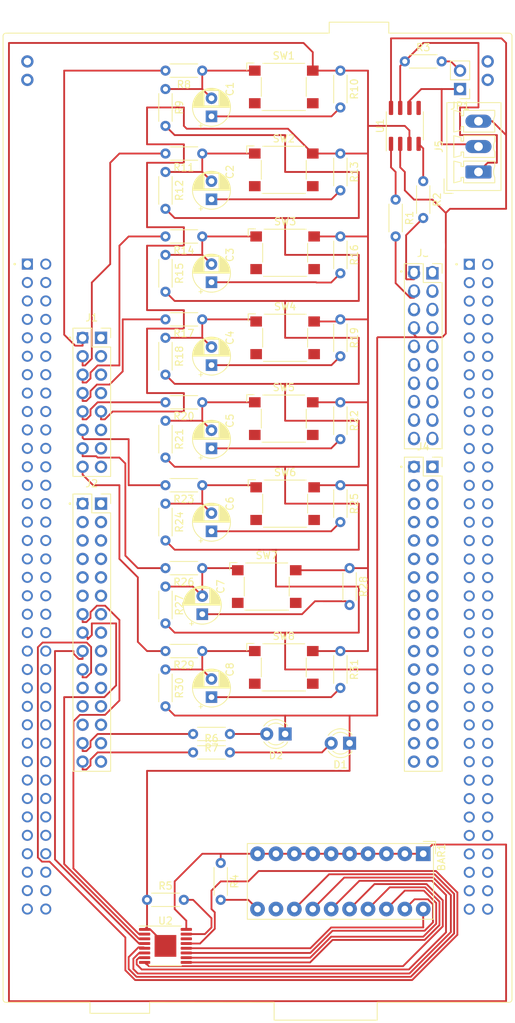
<source format=kicad_pcb>
(kicad_pcb (version 20171130) (host pcbnew 5.1.7-a382d34a8~88~ubuntu20.04.1)
  (layers (0 F.Cu signal) (31 B.Cu signal hide) (34 B.Paste user hide) (35 F.Paste user hide) (36 B.SilkS user hide) (37 F.SilkS user hide) (38 B.Mask user hide) (39 F.Mask user hide) (44 Edge.Cuts user hide))
  (net 0 "")
  (net 1 "Net-(J1-Pad16)")
  (net 2 "Net-(J1-Pad15)")
  (net 3 "Net-(J1-Pad14)")
  (net 4 "Net-(J1-Pad13)")
  (net 5 "Net-(J1-Pad12)")
  (net 6 "Net-(J1-Pad11)")
  (net 7 "Net-(J1-Pad10)")
  (net 8 "Net-(J1-Pad8)")
  (net 9 "Net-(J1-Pad7)")
  (net 10 "Net-(J1-Pad6)")
  (net 11 "Net-(J1-Pad5)")
  (net 12 "Net-(J1-Pad4)")
  (net 13 "Net-(J1-Pad3)")
  (net 14 "Net-(J1-Pad2)")
  (net 15 "Net-(J1-Pad1)")
  (net 16 "Net-(J2-Pad30)")
  (net 17 "Net-(J2-Pad29)")
  (net 18 "Net-(J2-Pad28)")
  (net 19 "Net-(J2-Pad27)")
  (net 20 "Net-(J2-Pad26)")
  (net 21 "Net-(J2-Pad25)")
  (net 22 "Net-(J2-Pad24)")
  (net 23 "Net-(J2-Pad23)")
  (net 24 "Net-(J2-Pad22)")
  (net 25 "Net-(J2-Pad21)")
  (net 26 "Net-(J2-Pad20)")
  (net 27 "Net-(J2-Pad19)")
  (net 28 "Net-(J2-Pad18)")
  (net 29 "Net-(J2-Pad17)")
  (net 30 "Net-(J2-Pad16)")
  (net 31 "Net-(J2-Pad15)")
  (net 32 "Net-(J2-Pad14)")
  (net 33 "Net-(J2-Pad13)")
  (net 34 "Net-(J2-Pad12)")
  (net 35 "Net-(J2-Pad11)")
  (net 36 "Net-(J2-Pad10)")
  (net 37 "Net-(J2-Pad9)")
  (net 38 "Net-(J2-Pad8)")
  (net 39 "Net-(J2-Pad7)")
  (net 40 "Net-(J2-Pad6)")
  (net 41 "Net-(J2-Pad5)")
  (net 42 "Net-(J2-Pad4)")
  (net 43 "Net-(J2-Pad3)")
  (net 44 "Net-(J2-Pad2)")
  (net 45 "Net-(J2-Pad1)")
  (net 46 "Net-(J3-Pad20)")
  (net 47 "Net-(J3-Pad19)")
  (net 48 "Net-(J3-Pad18)")
  (net 49 "Net-(J3-Pad17)")
  (net 50 "Net-(J3-Pad16)")
  (net 51 "Net-(J3-Pad15)")
  (net 52 "Net-(J3-Pad14)")
  (net 53 "Net-(J3-Pad13)")
  (net 54 "Net-(J3-Pad12)")
  (net 55 "Net-(J3-Pad11)")
  (net 56 "Net-(J3-Pad10)")
  (net 57 "Net-(J3-Pad9)")
  (net 58 "Net-(J3-Pad7)")
  (net 59 "Net-(J3-Pad6)")
  (net 60 "Net-(J3-Pad5)")
  (net 61 "Net-(J3-Pad4)")
  (net 62 "Net-(J3-Pad3)")
  (net 63 "Net-(J3-Pad2)")
  (net 64 "Net-(J3-Pad1)")
  (net 65 "Net-(J4-Pad34)")
  (net 66 "Net-(J4-Pad33)")
  (net 67 "Net-(J4-Pad32)")
  (net 68 "Net-(J4-Pad31)")
  (net 69 "Net-(J4-Pad30)")
  (net 70 "Net-(J4-Pad29)")
  (net 71 "Net-(J4-Pad28)")
  (net 72 "Net-(J4-Pad27)")
  (net 73 "Net-(J4-Pad26)")
  (net 74 "Net-(J4-Pad25)")
  (net 75 "Net-(J4-Pad24)")
  (net 76 "Net-(J4-Pad23)")
  (net 77 "Net-(J4-Pad22)")
  (net 78 "Net-(J4-Pad21)")
  (net 79 "Net-(J4-Pad20)")
  (net 80 "Net-(J4-Pad19)")
  (net 81 "Net-(J4-Pad18)")
  (net 82 "Net-(J4-Pad17)")
  (net 83 "Net-(J4-Pad16)")
  (net 84 "Net-(J4-Pad15)")
  (net 85 "Net-(J4-Pad14)")
  (net 86 "Net-(J4-Pad13)")
  (net 87 "Net-(J4-Pad12)")
  (net 88 "Net-(J4-Pad11)")
  (net 89 "Net-(J4-Pad10)")
  (net 90 "Net-(J4-Pad9)")
  (net 91 "Net-(J4-Pad8)")
  (net 92 "Net-(J4-Pad7)")
  (net 93 "Net-(J4-Pad6)")
  (net 94 "Net-(J4-Pad5)")
  (net 95 "Net-(J4-Pad4)")
  (net 96 "Net-(J4-Pad3)")
  (net 97 "Net-(J4-Pad2)")
  (net 98 "Net-(J4-Pad1)")
  (net 99 +5V)
  (net 100 "Net-(BAR1-Pad13)")
  (net 101 "Net-(BAR1-Pad14)")
  (net 102 "Net-(BAR1-Pad15)")
  (net 103 "Net-(BAR1-Pad16)")
  (net 104 "Net-(BAR1-Pad12)")
  (net 105 "Net-(BAR1-Pad11)")
  (net 106 "Net-(BAR1-Pad17)")
  (net 107 "Net-(BAR1-Pad18)")
  (net 108 "Net-(BAR1-Pad19)")
  (net 109 "Net-(BAR1-Pad20)")
  (net 110 "Net-(C1-Pad1)")
  (net 111 "Net-(C1-Pad2)")
  (net 112 "Net-(C2-Pad2)")
  (net 113 "Net-(C2-Pad1)")
  (net 114 "Net-(C3-Pad2)")
  (net 115 "Net-(C3-Pad1)")
  (net 116 "Net-(C4-Pad1)")
  (net 117 "Net-(C4-Pad2)")
  (net 118 "Net-(C5-Pad1)")
  (net 119 "Net-(C5-Pad2)")
  (net 120 "Net-(C6-Pad1)")
  (net 121 "Net-(C6-Pad2)")
  (net 122 "Net-(C7-Pad2)")
  (net 123 "Net-(C7-Pad1)")
  (net 124 "Net-(C8-Pad2)")
  (net 125 "Net-(C8-Pad1)")
  (net 126 GND)
  (net 127 "Net-(D1-Pad2)")
  (net 128 "Net-(D2-Pad2)")
  (net 129 "Net-(J5-Pad1)")
  (net 130 "Net-(J5-Pad2)")
  (net 131 "Net-(JP1-Pad2)")
  (net 132 "Net-(R1-Pad1)")
  (net 133 "Net-(R2-Pad1)")
  (net 134 "Net-(R5-Pad2)")
  (net 135 "Net-(U1-Pad5)")
  (net 136 "Net-(U2-Pad14)")
  (module Connector_PinSocket_2.54mm:PinSocket_2x17_P2.54mm_Vertical (layer F.Cu) (at 98.25 98.41)
    (fp_text reference J4 (at -1.27 -2.77) (layer F.SilkS))
    (fp_text value Conn_02x17_Odd_Even)
    (pad 34 thru_hole oval (at -2.54 40.64) (size 1.7 1.7) (drill 1) (layers *.Cu *.Mask) (net 65 "Net-(J4-Pad34)"))
    (pad 33 thru_hole oval (at 0 40.64) (size 1.7 1.7) (drill 1) (layers *.Cu *.Mask) (net 66 "Net-(J4-Pad33)"))
    (pad 32 thru_hole oval (at -2.54 38.1) (size 1.7 1.7) (drill 1) (layers *.Cu *.Mask) (net 67 "Net-(J4-Pad32)"))
    (pad 31 thru_hole oval (at 0 38.1) (size 1.7 1.7) (drill 1) (layers *.Cu *.Mask) (net 68 "Net-(J4-Pad31)"))
    (pad 30 thru_hole oval (at -2.54 35.56) (size 1.7 1.7) (drill 1) (layers *.Cu *.Mask) (net 69 "Net-(J4-Pad30)"))
    (pad 29 thru_hole oval (at 0 35.56) (size 1.7 1.7) (drill 1) (layers *.Cu *.Mask) (net 70 "Net-(J4-Pad29)"))
    (pad 28 thru_hole oval (at -2.54 33.02) (size 1.7 1.7) (drill 1) (layers *.Cu *.Mask) (net 71 "Net-(J4-Pad28)"))
    (pad 27 thru_hole oval (at 0 33.02) (size 1.7 1.7) (drill 1) (layers *.Cu *.Mask) (net 72 "Net-(J4-Pad27)"))
    (pad 26 thru_hole oval (at -2.54 30.48) (size 1.7 1.7) (drill 1) (layers *.Cu *.Mask) (net 73 "Net-(J4-Pad26)"))
    (pad 25 thru_hole oval (at 0 30.48) (size 1.7 1.7) (drill 1) (layers *.Cu *.Mask) (net 74 "Net-(J4-Pad25)"))
    (pad 24 thru_hole oval (at -2.54 27.94) (size 1.7 1.7) (drill 1) (layers *.Cu *.Mask) (net 75 "Net-(J4-Pad24)"))
    (pad 23 thru_hole oval (at 0 27.94) (size 1.7 1.7) (drill 1) (layers *.Cu *.Mask) (net 76 "Net-(J4-Pad23)"))
    (pad 22 thru_hole oval (at -2.54 25.4) (size 1.7 1.7) (drill 1) (layers *.Cu *.Mask) (net 77 "Net-(J4-Pad22)"))
    (pad 21 thru_hole oval (at 0 25.4) (size 1.7 1.7) (drill 1) (layers *.Cu *.Mask) (net 78 "Net-(J4-Pad21)"))
    (pad 20 thru_hole oval (at -2.54 22.86) (size 1.7 1.7) (drill 1) (layers *.Cu *.Mask) (net 79 "Net-(J4-Pad20)"))
    (pad 19 thru_hole oval (at 0 22.86) (size 1.7 1.7) (drill 1) (layers *.Cu *.Mask) (net 80 "Net-(J4-Pad19)"))
    (pad 18 thru_hole oval (at -2.54 20.32) (size 1.7 1.7) (drill 1) (layers *.Cu *.Mask) (net 81 "Net-(J4-Pad18)"))
    (pad 17 thru_hole oval (at 0 20.32) (size 1.7 1.7) (drill 1) (layers *.Cu *.Mask) (net 82 "Net-(J4-Pad17)"))
    (pad 16 thru_hole oval (at -2.54 17.78) (size 1.7 1.7) (drill 1) (layers *.Cu *.Mask) (net 83 "Net-(J4-Pad16)"))
    (pad 15 thru_hole oval (at 0 17.78) (size 1.7 1.7) (drill 1) (layers *.Cu *.Mask) (net 84 "Net-(J4-Pad15)"))
    (pad 14 thru_hole oval (at -2.54 15.24) (size 1.7 1.7) (drill 1) (layers *.Cu *.Mask) (net 85 "Net-(J4-Pad14)"))
    (pad 13 thru_hole oval (at 0 15.24) (size 1.7 1.7) (drill 1) (layers *.Cu *.Mask) (net 86 "Net-(J4-Pad13)"))
    (pad 12 thru_hole oval (at -2.54 12.7) (size 1.7 1.7) (drill 1) (layers *.Cu *.Mask) (net 87 "Net-(J4-Pad12)"))
    (pad 11 thru_hole oval (at 0 12.7) (size 1.7 1.7) (drill 1) (layers *.Cu *.Mask) (net 88 "Net-(J4-Pad11)"))
    (pad 10 thru_hole oval (at -2.54 10.16) (size 1.7 1.7) (drill 1) (layers *.Cu *.Mask) (net 89 "Net-(J4-Pad10)"))
    (pad 9 thru_hole oval (at 0 10.16) (size 1.7 1.7) (drill 1) (layers *.Cu *.Mask) (net 90 "Net-(J4-Pad9)"))
    (pad 8 thru_hole oval (at -2.54 7.62) (size 1.7 1.7) (drill 1) (layers *.Cu *.Mask) (net 91 "Net-(J4-Pad8)"))
    (pad 7 thru_hole oval (at 0 7.62) (size 1.7 1.7) (drill 1) (layers *.Cu *.Mask) (net 92 "Net-(J4-Pad7)"))
    (pad 6 thru_hole oval (at -2.54 5.08) (size 1.7 1.7) (drill 1) (layers *.Cu *.Mask) (net 93 "Net-(J4-Pad6)"))
    (pad 5 thru_hole oval (at 0 5.08) (size 1.7 1.7) (drill 1) (layers *.Cu *.Mask) (net 94 "Net-(J4-Pad5)"))
    (pad 4 thru_hole oval (at -2.54 2.54) (size 1.7 1.7) (drill 1) (layers *.Cu *.Mask) (net 95 "Net-(J4-Pad4)"))
    (pad 3 thru_hole oval (at 0 2.54) (size 1.7 1.7) (drill 1) (layers *.Cu *.Mask) (net 96 "Net-(J4-Pad3)"))
    (pad 2 thru_hole oval (at -2.54 0) (size 1.7 1.7) (drill 1) (layers *.Cu *.Mask) (net 97 "Net-(J4-Pad2)"))
    (pad 1 thru_hole rect (at 0 0) (size 1.7 1.7) (drill 1) (layers *.Cu *.Mask) (net 98 "Net-(J4-Pad1)"))
  )
  (module Connector_PinSocket_2.54mm:PinSocket_2x10_P2.54mm_Vertical (layer F.Cu) (at 98.25 71.74)
    (fp_text reference J3 (at -1.27 -2.77) (layer F.SilkS))
    (fp_text value Conn_02x10_Odd_Even)
    (pad 20 thru_hole oval (at -2.54 22.86) (size 1.7 1.7) (drill 1) (layers *.Cu *.Mask) (net 46 "Net-(J3-Pad20)"))
    (pad 19 thru_hole oval (at 0 22.86) (size 1.7 1.7) (drill 1) (layers *.Cu *.Mask) (net 47 "Net-(J3-Pad19)"))
    (pad 18 thru_hole oval (at -2.54 20.32) (size 1.7 1.7) (drill 1) (layers *.Cu *.Mask) (net 48 "Net-(J3-Pad18)"))
    (pad 17 thru_hole oval (at 0 20.32) (size 1.7 1.7) (drill 1) (layers *.Cu *.Mask) (net 49 "Net-(J3-Pad17)"))
    (pad 16 thru_hole oval (at -2.54 17.78) (size 1.7 1.7) (drill 1) (layers *.Cu *.Mask) (net 50 "Net-(J3-Pad16)"))
    (pad 15 thru_hole oval (at 0 17.78) (size 1.7 1.7) (drill 1) (layers *.Cu *.Mask) (net 51 "Net-(J3-Pad15)"))
    (pad 14 thru_hole oval (at -2.54 15.24) (size 1.7 1.7) (drill 1) (layers *.Cu *.Mask) (net 52 "Net-(J3-Pad14)"))
    (pad 13 thru_hole oval (at 0 15.24) (size 1.7 1.7) (drill 1) (layers *.Cu *.Mask) (net 53 "Net-(J3-Pad13)"))
    (pad 12 thru_hole oval (at -2.54 12.7) (size 1.7 1.7) (drill 1) (layers *.Cu *.Mask) (net 54 "Net-(J3-Pad12)"))
    (pad 11 thru_hole oval (at 0 12.7) (size 1.7 1.7) (drill 1) (layers *.Cu *.Mask) (net 55 "Net-(J3-Pad11)"))
    (pad 10 thru_hole oval (at -2.54 10.16) (size 1.7 1.7) (drill 1) (layers *.Cu *.Mask) (net 56 "Net-(J3-Pad10)"))
    (pad 9 thru_hole oval (at 0 10.16) (size 1.7 1.7) (drill 1) (layers *.Cu *.Mask) (net 57 "Net-(J3-Pad9)"))
    (pad 8 thru_hole oval (at -2.54 7.62) (size 1.7 1.7) (drill 1) (layers *.Cu *.Mask) (net 126 GND))
    (pad 7 thru_hole oval (at 0 7.62) (size 1.7 1.7) (drill 1) (layers *.Cu *.Mask) (net 58 "Net-(J3-Pad7)"))
    (pad 6 thru_hole oval (at -2.54 5.08) (size 1.7 1.7) (drill 1) (layers *.Cu *.Mask) (net 59 "Net-(J3-Pad6)"))
    (pad 5 thru_hole oval (at 0 5.08) (size 1.7 1.7) (drill 1) (layers *.Cu *.Mask) (net 60 "Net-(J3-Pad5)"))
    (pad 4 thru_hole oval (at -2.54 2.54) (size 1.7 1.7) (drill 1) (layers *.Cu *.Mask) (net 61 "Net-(J3-Pad4)"))
    (pad 3 thru_hole oval (at 0 2.54) (size 1.7 1.7) (drill 1) (layers *.Cu *.Mask) (net 62 "Net-(J3-Pad3)"))
    (pad 2 thru_hole oval (at -2.54 0) (size 1.7 1.7) (drill 1) (layers *.Cu *.Mask) (net 63 "Net-(J3-Pad2)"))
    (pad 1 thru_hole rect (at 0 0) (size 1.7 1.7) (drill 1) (layers *.Cu *.Mask) (net 64 "Net-(J3-Pad1)"))
  )
  (module Connector_PinSocket_2.54mm:PinSocket_2x15_P2.54mm_Vertical (layer F.Cu) (at 52.53 103.49)
    (fp_text reference J2 (at -1.27 -2.77) (layer F.SilkS))
    (fp_text value Conn_02x15_Odd_Even)
    (pad 30 thru_hole oval (at -2.54 35.56) (size 1.7 1.7) (drill 1) (layers *.Cu *.Mask) (net 16 "Net-(J2-Pad30)"))
    (pad 29 thru_hole oval (at 0 35.56) (size 1.7 1.7) (drill 1) (layers *.Cu *.Mask) (net 17 "Net-(J2-Pad29)"))
    (pad 28 thru_hole oval (at -2.54 33.02) (size 1.7 1.7) (drill 1) (layers *.Cu *.Mask) (net 18 "Net-(J2-Pad28)"))
    (pad 27 thru_hole oval (at 0 33.02) (size 1.7 1.7) (drill 1) (layers *.Cu *.Mask) (net 19 "Net-(J2-Pad27)"))
    (pad 26 thru_hole oval (at -2.54 30.48) (size 1.7 1.7) (drill 1) (layers *.Cu *.Mask) (net 20 "Net-(J2-Pad26)"))
    (pad 25 thru_hole oval (at 0 30.48) (size 1.7 1.7) (drill 1) (layers *.Cu *.Mask) (net 21 "Net-(J2-Pad25)"))
    (pad 24 thru_hole oval (at -2.54 27.94) (size 1.7 1.7) (drill 1) (layers *.Cu *.Mask) (net 22 "Net-(J2-Pad24)"))
    (pad 23 thru_hole oval (at 0 27.94) (size 1.7 1.7) (drill 1) (layers *.Cu *.Mask) (net 23 "Net-(J2-Pad23)"))
    (pad 22 thru_hole oval (at -2.54 25.4) (size 1.7 1.7) (drill 1) (layers *.Cu *.Mask) (net 24 "Net-(J2-Pad22)"))
    (pad 21 thru_hole oval (at 0 25.4) (size 1.7 1.7) (drill 1) (layers *.Cu *.Mask) (net 25 "Net-(J2-Pad21)"))
    (pad 20 thru_hole oval (at -2.54 22.86) (size 1.7 1.7) (drill 1) (layers *.Cu *.Mask) (net 26 "Net-(J2-Pad20)"))
    (pad 19 thru_hole oval (at 0 22.86) (size 1.7 1.7) (drill 1) (layers *.Cu *.Mask) (net 27 "Net-(J2-Pad19)"))
    (pad 18 thru_hole oval (at -2.54 20.32) (size 1.7 1.7) (drill 1) (layers *.Cu *.Mask) (net 28 "Net-(J2-Pad18)"))
    (pad 17 thru_hole oval (at 0 20.32) (size 1.7 1.7) (drill 1) (layers *.Cu *.Mask) (net 29 "Net-(J2-Pad17)"))
    (pad 16 thru_hole oval (at -2.54 17.78) (size 1.7 1.7) (drill 1) (layers *.Cu *.Mask) (net 30 "Net-(J2-Pad16)"))
    (pad 15 thru_hole oval (at 0 17.78) (size 1.7 1.7) (drill 1) (layers *.Cu *.Mask) (net 31 "Net-(J2-Pad15)"))
    (pad 14 thru_hole oval (at -2.54 15.24) (size 1.7 1.7) (drill 1) (layers *.Cu *.Mask) (net 32 "Net-(J2-Pad14)"))
    (pad 13 thru_hole oval (at 0 15.24) (size 1.7 1.7) (drill 1) (layers *.Cu *.Mask) (net 33 "Net-(J2-Pad13)"))
    (pad 12 thru_hole oval (at -2.54 12.7) (size 1.7 1.7) (drill 1) (layers *.Cu *.Mask) (net 34 "Net-(J2-Pad12)"))
    (pad 11 thru_hole oval (at 0 12.7) (size 1.7 1.7) (drill 1) (layers *.Cu *.Mask) (net 35 "Net-(J2-Pad11)"))
    (pad 10 thru_hole oval (at -2.54 10.16) (size 1.7 1.7) (drill 1) (layers *.Cu *.Mask) (net 36 "Net-(J2-Pad10)"))
    (pad 9 thru_hole oval (at 0 10.16) (size 1.7 1.7) (drill 1) (layers *.Cu *.Mask) (net 37 "Net-(J2-Pad9)"))
    (pad 8 thru_hole oval (at -2.54 7.62) (size 1.7 1.7) (drill 1) (layers *.Cu *.Mask) (net 38 "Net-(J2-Pad8)"))
    (pad 7 thru_hole oval (at 0 7.62) (size 1.7 1.7) (drill 1) (layers *.Cu *.Mask) (net 39 "Net-(J2-Pad7)"))
    (pad 6 thru_hole oval (at -2.54 5.08) (size 1.7 1.7) (drill 1) (layers *.Cu *.Mask) (net 40 "Net-(J2-Pad6)"))
    (pad 5 thru_hole oval (at 0 5.08) (size 1.7 1.7) (drill 1) (layers *.Cu *.Mask) (net 41 "Net-(J2-Pad5)"))
    (pad 4 thru_hole oval (at -2.54 2.54) (size 1.7 1.7) (drill 1) (layers *.Cu *.Mask) (net 42 "Net-(J2-Pad4)"))
    (pad 3 thru_hole oval (at 0 2.54) (size 1.7 1.7) (drill 1) (layers *.Cu *.Mask) (net 43 "Net-(J2-Pad3)"))
    (pad 2 thru_hole oval (at -2.54 0) (size 1.7 1.7) (drill 1) (layers *.Cu *.Mask) (net 44 "Net-(J2-Pad2)"))
    (pad 1 thru_hole rect (at 0 0) (size 1.7 1.7) (drill 1) (layers *.Cu *.Mask) (net 45 "Net-(J2-Pad1)"))
  )
  (module Connector_PinSocket_2.54mm:PinSocket_2x08_P2.54mm_Vertical (layer F.Cu) (at 52.53 80.63)
    (fp_text reference J1 (at -1.27 -2.77) (layer F.SilkS))
    (fp_text value Conn_02x08_Odd_Even)
    (pad 16 thru_hole oval (at -2.54 17.78) (size 1.7 1.7) (drill 1) (layers *.Cu *.Mask) (net 1 "Net-(J1-Pad16)"))
    (pad 15 thru_hole oval (at 0 17.78) (size 1.7 1.7) (drill 1) (layers *.Cu *.Mask) (net 2 "Net-(J1-Pad15)"))
    (pad 14 thru_hole oval (at -2.54 15.24) (size 1.7 1.7) (drill 1) (layers *.Cu *.Mask) (net 3 "Net-(J1-Pad14)"))
    (pad 13 thru_hole oval (at 0 15.24) (size 1.7 1.7) (drill 1) (layers *.Cu *.Mask) (net 4 "Net-(J1-Pad13)"))
    (pad 12 thru_hole oval (at -2.54 12.7) (size 1.7 1.7) (drill 1) (layers *.Cu *.Mask) (net 5 "Net-(J1-Pad12)"))
    (pad 11 thru_hole oval (at 0 12.7) (size 1.7 1.7) (drill 1) (layers *.Cu *.Mask) (net 6 "Net-(J1-Pad11)"))
    (pad 10 thru_hole oval (at -2.54 10.16) (size 1.7 1.7) (drill 1) (layers *.Cu *.Mask) (net 7 "Net-(J1-Pad10)"))
    (pad 9 thru_hole oval (at 0 10.16) (size 1.7 1.7) (drill 1) (layers *.Cu *.Mask) (net 99 +5V))
    (pad 8 thru_hole oval (at -2.54 7.62) (size 1.7 1.7) (drill 1) (layers *.Cu *.Mask) (net 8 "Net-(J1-Pad8)"))
    (pad 7 thru_hole oval (at 0 7.62) (size 1.7 1.7) (drill 1) (layers *.Cu *.Mask) (net 9 "Net-(J1-Pad7)"))
    (pad 6 thru_hole oval (at -2.54 5.08) (size 1.7 1.7) (drill 1) (layers *.Cu *.Mask) (net 10 "Net-(J1-Pad6)"))
    (pad 5 thru_hole oval (at 0 5.08) (size 1.7 1.7) (drill 1) (layers *.Cu *.Mask) (net 11 "Net-(J1-Pad5)"))
    (pad 4 thru_hole oval (at -2.54 2.54) (size 1.7 1.7) (drill 1) (layers *.Cu *.Mask) (net 12 "Net-(J1-Pad4)"))
    (pad 3 thru_hole oval (at 0 2.54) (size 1.7 1.7) (drill 1) (layers *.Cu *.Mask) (net 13 "Net-(J1-Pad3)"))
    (pad 2 thru_hole oval (at -2.54 0) (size 1.7 1.7) (drill 1) (layers *.Cu *.Mask) (net 14 "Net-(J1-Pad2)"))
    (pad 1 thru_hole rect (at 0 0) (size 1.7 1.7) (drill 1) (layers *.Cu *.Mask) (net 15 "Net-(J1-Pad1)"))
  )
  (module Module:ST_Morpho_and_Zio_Connectors_144_STLink (layer F.Cu) (at 42.37 70.475)
    (fp_text reference REF** (at 31.75 -37.465) (layer F.SilkS))
    (fp_text value ST_Morpho_and_Zio_Connectors_144_STLink)
    (pad "" np_thru_hole circle (at 40.55 48.3) (size 3 3) (drill 3) (layers *.Cu *.Mask))
    (pad "" np_thru_hole circle (at 8.89 72.39) (size 3 3) (drill 3) (layers *.Cu *.Mask))
    (pad "" np_thru_hole circle (at 54.6 72.4) (size 3 3) (drill 3) (layers *.Cu *.Mask))
    (pad "" np_thru_hole circle (at 7.62 -3.81) (size 3 3) (drill 3) (layers *.Cu *.Mask))
    (pad "" np_thru_hole circle (at 55.9 -2.5) (size 3 3) (drill 3) (layers *.Cu *.Mask))
    (pad CN3_2 thru_hole circle (at 63.5 -25.4) (size 1.7 1.7) (drill 1) (layers *.Cu *.Mask))
    (pad CN2_2 thru_hole circle (at 0 -25.4) (size 1.7 1.7) (drill 1) (layers *.Cu *.Mask))
    (pad CN3_1 thru_hole circle (at 63.5 -27.94) (size 1.7 1.7) (drill 1) (layers *.Cu *.Mask))
    (pad CN2_1 thru_hole circle (at 0 -27.94) (size 1.7 1.7) (drill 1) (layers *.Cu *.Mask))
    (pad CN12_72 thru_hole circle (at 63.5 88.915) (size 1.53 1.53) (drill 1.02) (layers *.Cu *.Mask))
    (pad CN12_71 thru_hole circle (at 60.96 88.915) (size 1.53 1.53) (drill 1.02) (layers *.Cu *.Mask))
    (pad CN12_70 thru_hole circle (at 63.5 86.375) (size 1.53 1.53) (drill 1.02) (layers *.Cu *.Mask))
    (pad CN12_69 thru_hole circle (at 60.96 86.375) (size 1.53 1.53) (drill 1.02) (layers *.Cu *.Mask))
    (pad CN12_68 thru_hole circle (at 63.5 83.835) (size 1.53 1.53) (drill 1.02) (layers *.Cu *.Mask))
    (pad CN12_67 thru_hole circle (at 60.96 83.835) (size 1.53 1.53) (drill 1.02) (layers *.Cu *.Mask))
    (pad CN12_66 thru_hole circle (at 63.5 81.295) (size 1.53 1.53) (drill 1.02) (layers *.Cu *.Mask))
    (pad CN12_65 thru_hole circle (at 60.96 81.295) (size 1.53 1.53) (drill 1.02) (layers *.Cu *.Mask))
    (pad CN12_64 thru_hole circle (at 63.5 78.755) (size 1.53 1.53) (drill 1.02) (layers *.Cu *.Mask))
    (pad CN12_63 thru_hole circle (at 60.96 78.755) (size 1.53 1.53) (drill 1.02) (layers *.Cu *.Mask))
    (pad CN12_62 thru_hole circle (at 63.5 76.215) (size 1.53 1.53) (drill 1.02) (layers *.Cu *.Mask))
    (pad CN12_61 thru_hole circle (at 60.96 76.215) (size 1.53 1.53) (drill 1.02) (layers *.Cu *.Mask))
    (pad CN12_60 thru_hole circle (at 63.5 73.675) (size 1.53 1.53) (drill 1.02) (layers *.Cu *.Mask))
    (pad CN12_59 thru_hole circle (at 60.96 73.675) (size 1.53 1.53) (drill 1.02) (layers *.Cu *.Mask))
    (pad CN12_58 thru_hole circle (at 63.5 71.135) (size 1.53 1.53) (drill 1.02) (layers *.Cu *.Mask))
    (pad CN12_57 thru_hole circle (at 60.96 71.135) (size 1.53 1.53) (drill 1.02) (layers *.Cu *.Mask))
    (pad CN12_56 thru_hole circle (at 63.5 68.595) (size 1.53 1.53) (drill 1.02) (layers *.Cu *.Mask))
    (pad CN12_55 thru_hole circle (at 60.96 68.595) (size 1.53 1.53) (drill 1.02) (layers *.Cu *.Mask))
    (pad CN12_54 thru_hole circle (at 63.5 66.055) (size 1.53 1.53) (drill 1.02) (layers *.Cu *.Mask))
    (pad CN12_53 thru_hole circle (at 60.96 66.055) (size 1.53 1.53) (drill 1.02) (layers *.Cu *.Mask))
    (pad CN12_52 thru_hole circle (at 63.5 63.515) (size 1.53 1.53) (drill 1.02) (layers *.Cu *.Mask))
    (pad CN12_51 thru_hole circle (at 60.96 63.515) (size 1.53 1.53) (drill 1.02) (layers *.Cu *.Mask))
    (pad CN12_50 thru_hole circle (at 63.5 60.975) (size 1.53 1.53) (drill 1.02) (layers *.Cu *.Mask))
    (pad CN12_49 thru_hole circle (at 60.96 60.975) (size 1.53 1.53) (drill 1.02) (layers *.Cu *.Mask))
    (pad CN12_48 thru_hole circle (at 63.5 58.435) (size 1.53 1.53) (drill 1.02) (layers *.Cu *.Mask))
    (pad CN12_47 thru_hole circle (at 60.96 58.435) (size 1.53 1.53) (drill 1.02) (layers *.Cu *.Mask))
    (pad CN12_46 thru_hole circle (at 63.5 55.895) (size 1.53 1.53) (drill 1.02) (layers *.Cu *.Mask))
    (pad CN12_45 thru_hole circle (at 60.96 55.895) (size 1.53 1.53) (drill 1.02) (layers *.Cu *.Mask))
    (pad CN12_44 thru_hole circle (at 63.5 53.355) (size 1.53 1.53) (drill 1.02) (layers *.Cu *.Mask))
    (pad CN12_43 thru_hole circle (at 60.96 53.355) (size 1.53 1.53) (drill 1.02) (layers *.Cu *.Mask))
    (pad CN12_42 thru_hole circle (at 63.5 50.815) (size 1.53 1.53) (drill 1.02) (layers *.Cu *.Mask))
    (pad CN12_41 thru_hole circle (at 60.96 50.815) (size 1.53 1.53) (drill 1.02) (layers *.Cu *.Mask))
    (pad CN12_40 thru_hole circle (at 63.5 48.275) (size 1.53 1.53) (drill 1.02) (layers *.Cu *.Mask))
    (pad CN12_39 thru_hole circle (at 60.96 48.275) (size 1.53 1.53) (drill 1.02) (layers *.Cu *.Mask))
    (pad CN12_38 thru_hole circle (at 63.5 45.735) (size 1.53 1.53) (drill 1.02) (layers *.Cu *.Mask))
    (pad CN12_37 thru_hole circle (at 60.96 45.735) (size 1.53 1.53) (drill 1.02) (layers *.Cu *.Mask))
    (pad CN12_36 thru_hole circle (at 63.5 43.195) (size 1.53 1.53) (drill 1.02) (layers *.Cu *.Mask))
    (pad CN12_35 thru_hole circle (at 60.96 43.195) (size 1.53 1.53) (drill 1.02) (layers *.Cu *.Mask))
    (pad CN12_34 thru_hole circle (at 63.5 40.655) (size 1.53 1.53) (drill 1.02) (layers *.Cu *.Mask))
    (pad CN12_33 thru_hole circle (at 60.96 40.655) (size 1.53 1.53) (drill 1.02) (layers *.Cu *.Mask))
    (pad CN12_32 thru_hole circle (at 63.5 38.115) (size 1.53 1.53) (drill 1.02) (layers *.Cu *.Mask))
    (pad CN12_31 thru_hole circle (at 60.96 38.115) (size 1.53 1.53) (drill 1.02) (layers *.Cu *.Mask))
    (pad CN12_30 thru_hole circle (at 63.5 35.575) (size 1.53 1.53) (drill 1.02) (layers *.Cu *.Mask))
    (pad CN12_29 thru_hole circle (at 60.96 35.575) (size 1.53 1.53) (drill 1.02) (layers *.Cu *.Mask))
    (pad CN12_28 thru_hole circle (at 63.5 33.035) (size 1.53 1.53) (drill 1.02) (layers *.Cu *.Mask))
    (pad CN12_27 thru_hole circle (at 60.96 33.035) (size 1.53 1.53) (drill 1.02) (layers *.Cu *.Mask))
    (pad CN12_26 thru_hole circle (at 63.5 30.495) (size 1.53 1.53) (drill 1.02) (layers *.Cu *.Mask))
    (pad CN12_25 thru_hole circle (at 60.96 30.495) (size 1.53 1.53) (drill 1.02) (layers *.Cu *.Mask))
    (pad CN12_24 thru_hole circle (at 63.5 27.955) (size 1.53 1.53) (drill 1.02) (layers *.Cu *.Mask))
    (pad CN12_23 thru_hole circle (at 60.96 27.955) (size 1.53 1.53) (drill 1.02) (layers *.Cu *.Mask))
    (pad CN12_22 thru_hole circle (at 63.5 25.415) (size 1.53 1.53) (drill 1.02) (layers *.Cu *.Mask))
    (pad CN12_21 thru_hole circle (at 60.96 25.415) (size 1.53 1.53) (drill 1.02) (layers *.Cu *.Mask))
    (pad CN12_20 thru_hole circle (at 63.5 22.875) (size 1.53 1.53) (drill 1.02) (layers *.Cu *.Mask))
    (pad CN12_19 thru_hole circle (at 60.96 22.875) (size 1.53 1.53) (drill 1.02) (layers *.Cu *.Mask))
    (pad CN12_18 thru_hole circle (at 63.5 20.335) (size 1.53 1.53) (drill 1.02) (layers *.Cu *.Mask))
    (pad CN12_17 thru_hole circle (at 60.96 20.335) (size 1.53 1.53) (drill 1.02) (layers *.Cu *.Mask))
    (pad CN12_16 thru_hole circle (at 63.5 17.795) (size 1.53 1.53) (drill 1.02) (layers *.Cu *.Mask))
    (pad CN12_15 thru_hole circle (at 60.96 17.795) (size 1.53 1.53) (drill 1.02) (layers *.Cu *.Mask))
    (pad CN12_14 thru_hole circle (at 63.5 15.255) (size 1.53 1.53) (drill 1.02) (layers *.Cu *.Mask))
    (pad CN12_13 thru_hole circle (at 60.96 15.255) (size 1.53 1.53) (drill 1.02) (layers *.Cu *.Mask))
    (pad CN12_12 thru_hole circle (at 63.5 12.715) (size 1.53 1.53) (drill 1.02) (layers *.Cu *.Mask))
    (pad CN12_11 thru_hole circle (at 60.96 12.715) (size 1.53 1.53) (drill 1.02) (layers *.Cu *.Mask))
    (pad CN12_10 thru_hole circle (at 63.5 10.175) (size 1.53 1.53) (drill 1.02) (layers *.Cu *.Mask))
    (pad CN12_9 thru_hole circle (at 60.96 10.175) (size 1.53 1.53) (drill 1.02) (layers *.Cu *.Mask))
    (pad CN12_8 thru_hole circle (at 63.5 7.635) (size 1.53 1.53) (drill 1.02) (layers *.Cu *.Mask))
    (pad CN12_7 thru_hole circle (at 60.96 7.635) (size 1.53 1.53) (drill 1.02) (layers *.Cu *.Mask))
    (pad CN12_6 thru_hole circle (at 63.5 5.095) (size 1.53 1.53) (drill 1.02) (layers *.Cu *.Mask))
    (pad CN12_5 thru_hole circle (at 60.96 5.095) (size 1.53 1.53) (drill 1.02) (layers *.Cu *.Mask))
    (pad CN12_4 thru_hole circle (at 63.5 2.555) (size 1.53 1.53) (drill 1.02) (layers *.Cu *.Mask))
    (pad CN12_3 thru_hole circle (at 60.96 2.555) (size 1.53 1.53) (drill 1.02) (layers *.Cu *.Mask))
    (pad CN10_34 thru_hole circle (at 55.88 68.575) (size 1.53 1.53) (drill 1.02) (layers *.Cu *.Mask))
    (pad CN10_33 thru_hole circle (at 53.34 68.575) (size 1.53 1.53) (drill 1.02) (layers *.Cu *.Mask))
    (pad CN9_30 thru_hole circle (at 10.16 68.575) (size 1.53 1.53) (drill 1.02) (layers *.Cu *.Mask))
    (pad CN9_29 thru_hole circle (at 7.62 68.575) (size 1.53 1.53) (drill 1.02) (layers *.Cu *.Mask))
    (pad CN7_20 thru_hole circle (at 55.88 23.871) (size 1.53 1.53) (drill 1.02) (layers *.Cu *.Mask))
    (pad CN7_19 thru_hole circle (at 53.34 23.871) (size 1.53 1.53) (drill 1.02) (layers *.Cu *.Mask))
    (pad CN7_18 thru_hole circle (at 55.88 21.331) (size 1.53 1.53) (drill 1.02) (layers *.Cu *.Mask))
    (pad CN7_17 thru_hole circle (at 53.34 21.331) (size 1.53 1.53) (drill 1.02) (layers *.Cu *.Mask))
    (pad CN7_16 thru_hole circle (at 55.88 18.791) (size 1.53 1.53) (drill 1.02) (layers *.Cu *.Mask))
    (pad CN7_15 thru_hole circle (at 53.34 18.791) (size 1.53 1.53) (drill 1.02) (layers *.Cu *.Mask))
    (pad CN7_14 thru_hole circle (at 55.88 16.251) (size 1.53 1.53) (drill 1.02) (layers *.Cu *.Mask))
    (pad CN7_13 thru_hole circle (at 53.34 16.251) (size 1.53 1.53) (drill 1.02) (layers *.Cu *.Mask))
    (pad CN7_12 thru_hole circle (at 55.88 13.711) (size 1.53 1.53) (drill 1.02) (layers *.Cu *.Mask))
    (pad CN7_11 thru_hole circle (at 53.34 13.711) (size 1.53 1.53) (drill 1.02) (layers *.Cu *.Mask))
    (pad CN7_10 thru_hole circle (at 55.88 11.171) (size 1.53 1.53) (drill 1.02) (layers *.Cu *.Mask))
    (pad CN7_9 thru_hole circle (at 53.34 11.171) (size 1.53 1.53) (drill 1.02) (layers *.Cu *.Mask))
    (pad CN7_8 thru_hole circle (at 55.88 8.631) (size 1.53 1.53) (drill 1.02) (layers *.Cu *.Mask))
    (pad CN7_7 thru_hole circle (at 53.34 8.631) (size 1.53 1.53) (drill 1.02) (layers *.Cu *.Mask))
    (pad CN7_6 thru_hole circle (at 55.88 6.091) (size 1.53 1.53) (drill 1.02) (layers *.Cu *.Mask))
    (pad CN7_5 thru_hole circle (at 53.34 6.091) (size 1.53 1.53) (drill 1.02) (layers *.Cu *.Mask))
    (pad CN7_4 thru_hole circle (at 55.88 3.551) (size 1.53 1.53) (drill 1.02) (layers *.Cu *.Mask))
    (pad CN7_3 thru_hole circle (at 53.34 3.551) (size 1.53 1.53) (drill 1.02) (layers *.Cu *.Mask))
    (pad CN11_72 thru_hole circle (at 2.54 88.895) (size 1.53 1.53) (drill 1.02) (layers *.Cu *.Mask))
    (pad CN11_71 thru_hole circle (at 0 88.895) (size 1.53 1.53) (drill 1.02) (layers *.Cu *.Mask))
    (pad CN10_32 thru_hole circle (at 55.88 66.035) (size 1.53 1.53) (drill 1.02) (layers *.Cu *.Mask))
    (pad CN10_31 thru_hole circle (at 53.34 66.035) (size 1.53 1.53) (drill 1.02) (layers *.Cu *.Mask))
    (pad CN10_30 thru_hole circle (at 55.88 63.495) (size 1.53 1.53) (drill 1.02) (layers *.Cu *.Mask))
    (pad CN10_29 thru_hole circle (at 53.34 63.495) (size 1.53 1.53) (drill 1.02) (layers *.Cu *.Mask))
    (pad CN10_28 thru_hole circle (at 55.88 60.955) (size 1.53 1.53) (drill 1.02) (layers *.Cu *.Mask))
    (pad CN10_27 thru_hole circle (at 53.34 60.955) (size 1.53 1.53) (drill 1.02) (layers *.Cu *.Mask))
    (pad CN10_26 thru_hole circle (at 55.88 58.415) (size 1.53 1.53) (drill 1.02) (layers *.Cu *.Mask))
    (pad CN10_25 thru_hole circle (at 53.34 58.415) (size 1.53 1.53) (drill 1.02) (layers *.Cu *.Mask))
    (pad CN10_24 thru_hole circle (at 55.88 55.875) (size 1.53 1.53) (drill 1.02) (layers *.Cu *.Mask))
    (pad CN10_23 thru_hole circle (at 53.34 55.875) (size 1.53 1.53) (drill 1.02) (layers *.Cu *.Mask))
    (pad CN10_22 thru_hole circle (at 55.88 53.335) (size 1.53 1.53) (drill 1.02) (layers *.Cu *.Mask))
    (pad CN10_21 thru_hole circle (at 53.34 53.335) (size 1.53 1.53) (drill 1.02) (layers *.Cu *.Mask))
    (pad CN10_20 thru_hole circle (at 55.88 50.795) (size 1.53 1.53) (drill 1.02) (layers *.Cu *.Mask))
    (pad CN10_19 thru_hole circle (at 53.34 50.795) (size 1.53 1.53) (drill 1.02) (layers *.Cu *.Mask))
    (pad CN10_18 thru_hole circle (at 55.88 48.255) (size 1.53 1.53) (drill 1.02) (layers *.Cu *.Mask))
    (pad CN10_17 thru_hole circle (at 53.34 48.255) (size 1.53 1.53) (drill 1.02) (layers *.Cu *.Mask))
    (pad CN10_16 thru_hole circle (at 55.88 45.715) (size 1.53 1.53) (drill 1.02) (layers *.Cu *.Mask))
    (pad CN10_15 thru_hole circle (at 53.34 45.715) (size 1.53 1.53) (drill 1.02) (layers *.Cu *.Mask))
    (pad CN10_14 thru_hole circle (at 55.88 43.175) (size 1.53 1.53) (drill 1.02) (layers *.Cu *.Mask))
    (pad CN10_13 thru_hole circle (at 53.34 43.175) (size 1.53 1.53) (drill 1.02) (layers *.Cu *.Mask))
    (pad CN10_12 thru_hole circle (at 55.88 40.635) (size 1.53 1.53) (drill 1.02) (layers *.Cu *.Mask))
    (pad CN10_11 thru_hole circle (at 53.34 40.635) (size 1.53 1.53) (drill 1.02) (layers *.Cu *.Mask))
    (pad CN10_10 thru_hole circle (at 55.88 38.095) (size 1.53 1.53) (drill 1.02) (layers *.Cu *.Mask))
    (pad CN10_9 thru_hole circle (at 53.34 38.095) (size 1.53 1.53) (drill 1.02) (layers *.Cu *.Mask))
    (pad CN10_8 thru_hole circle (at 55.88 35.555) (size 1.53 1.53) (drill 1.02) (layers *.Cu *.Mask))
    (pad CN10_7 thru_hole circle (at 53.34 35.555) (size 1.53 1.53) (drill 1.02) (layers *.Cu *.Mask))
    (pad CN10_6 thru_hole circle (at 55.88 33.015) (size 1.53 1.53) (drill 1.02) (layers *.Cu *.Mask))
    (pad CN10_5 thru_hole circle (at 53.34 33.015) (size 1.53 1.53) (drill 1.02) (layers *.Cu *.Mask))
    (pad CN10_4 thru_hole circle (at 55.88 30.475) (size 1.53 1.53) (drill 1.02) (layers *.Cu *.Mask))
    (pad CN10_3 thru_hole circle (at 53.34 30.475) (size 1.53 1.53) (drill 1.02) (layers *.Cu *.Mask))
    (pad CN10_2 thru_hole circle (at 55.88 27.935) (size 1.53 1.53) (drill 1.02) (layers *.Cu *.Mask))
    (pad CN10_1 thru_hole rect (at 53.34 27.935) (size 1.53 1.53) (drill 1.02) (layers *.Cu *.Mask))
    (pad CN7_2 thru_hole circle (at 55.88 1.011) (size 1.53 1.53) (drill 1.02) (layers *.Cu *.Mask))
    (pad CN7_1 thru_hole rect (at 53.34 1.011) (size 1.53 1.53) (drill 1.02) (layers *.Cu *.Mask))
    (pad CN9_28 thru_hole circle (at 10.16 66.035) (size 1.53 1.53) (drill 1.02) (layers *.Cu *.Mask))
    (pad CN9_27 thru_hole circle (at 7.62 66.035) (size 1.53 1.53) (drill 1.02) (layers *.Cu *.Mask))
    (pad CN9_26 thru_hole circle (at 10.16 63.495) (size 1.53 1.53) (drill 1.02) (layers *.Cu *.Mask))
    (pad CN9_25 thru_hole circle (at 7.62 63.495) (size 1.53 1.53) (drill 1.02) (layers *.Cu *.Mask))
    (pad CN9_24 thru_hole circle (at 10.16 60.955) (size 1.53 1.53) (drill 1.02) (layers *.Cu *.Mask))
    (pad CN9_23 thru_hole circle (at 7.62 60.955) (size 1.53 1.53) (drill 1.02) (layers *.Cu *.Mask))
    (pad CN9_22 thru_hole circle (at 10.16 58.415) (size 1.53 1.53) (drill 1.02) (layers *.Cu *.Mask))
    (pad CN9_21 thru_hole circle (at 7.62 58.415) (size 1.53 1.53) (drill 1.02) (layers *.Cu *.Mask))
    (pad CN9_20 thru_hole circle (at 10.16 55.875) (size 1.53 1.53) (drill 1.02) (layers *.Cu *.Mask))
    (pad CN9_19 thru_hole circle (at 7.62 55.875) (size 1.53 1.53) (drill 1.02) (layers *.Cu *.Mask))
    (pad CN9_18 thru_hole circle (at 10.16 53.335) (size 1.53 1.53) (drill 1.02) (layers *.Cu *.Mask))
    (pad CN9_17 thru_hole circle (at 7.62 53.335) (size 1.53 1.53) (drill 1.02) (layers *.Cu *.Mask))
    (pad CN9_16 thru_hole circle (at 10.16 50.795) (size 1.53 1.53) (drill 1.02) (layers *.Cu *.Mask))
    (pad CN9_15 thru_hole circle (at 7.62 50.795) (size 1.53 1.53) (drill 1.02) (layers *.Cu *.Mask))
    (pad CN9_14 thru_hole circle (at 10.16 48.255) (size 1.53 1.53) (drill 1.02) (layers *.Cu *.Mask))
    (pad CN9_13 thru_hole circle (at 7.62 48.255) (size 1.53 1.53) (drill 1.02) (layers *.Cu *.Mask))
    (pad CN9_12 thru_hole circle (at 10.16 45.715) (size 1.53 1.53) (drill 1.02) (layers *.Cu *.Mask))
    (pad CN9_11 thru_hole circle (at 7.62 45.715) (size 1.53 1.53) (drill 1.02) (layers *.Cu *.Mask))
    (pad CN9_10 thru_hole circle (at 10.16 43.175) (size 1.53 1.53) (drill 1.02) (layers *.Cu *.Mask))
    (pad CN9_9 thru_hole circle (at 7.62 43.175) (size 1.53 1.53) (drill 1.02) (layers *.Cu *.Mask))
    (pad CN9_8 thru_hole circle (at 10.16 40.635) (size 1.53 1.53) (drill 1.02) (layers *.Cu *.Mask))
    (pad CN9_7 thru_hole circle (at 7.62 40.635) (size 1.53 1.53) (drill 1.02) (layers *.Cu *.Mask))
    (pad CN9_6 thru_hole circle (at 10.16 38.095) (size 1.53 1.53) (drill 1.02) (layers *.Cu *.Mask))
    (pad CN9_5 thru_hole circle (at 7.62 38.095) (size 1.53 1.53) (drill 1.02) (layers *.Cu *.Mask))
    (pad CN9_4 thru_hole circle (at 10.16 35.555) (size 1.53 1.53) (drill 1.02) (layers *.Cu *.Mask))
    (pad CN9_3 thru_hole circle (at 7.62 35.555) (size 1.53 1.53) (drill 1.02) (layers *.Cu *.Mask))
    (pad CN9_2 thru_hole circle (at 10.16 33.015) (size 1.53 1.53) (drill 1.02) (layers *.Cu *.Mask))
    (pad CN9_1 thru_hole rect (at 7.62 33.015) (size 1.53 1.53) (drill 1.02) (layers *.Cu *.Mask))
    (pad CN8_16 thru_hole circle (at 10.16 27.935) (size 1.53 1.53) (drill 1.02) (layers *.Cu *.Mask))
    (pad CN8_15 thru_hole circle (at 7.62 27.935) (size 1.53 1.53) (drill 1.02) (layers *.Cu *.Mask))
    (pad CN8_14 thru_hole circle (at 10.16 25.395) (size 1.53 1.53) (drill 1.02) (layers *.Cu *.Mask))
    (pad CN8_13 thru_hole circle (at 7.62 25.395) (size 1.53 1.53) (drill 1.02) (layers *.Cu *.Mask))
    (pad CN8_12 thru_hole circle (at 10.16 22.855) (size 1.53 1.53) (drill 1.02) (layers *.Cu *.Mask))
    (pad CN8_11 thru_hole circle (at 7.62 22.855) (size 1.53 1.53) (drill 1.02) (layers *.Cu *.Mask))
    (pad CN8_10 thru_hole circle (at 10.16 20.315) (size 1.53 1.53) (drill 1.02) (layers *.Cu *.Mask))
    (pad CN8_9 thru_hole circle (at 7.62 20.315) (size 1.53 1.53) (drill 1.02) (layers *.Cu *.Mask))
    (pad CN8_8 thru_hole circle (at 10.16 17.775) (size 1.53 1.53) (drill 1.02) (layers *.Cu *.Mask))
    (pad CN8_7 thru_hole circle (at 7.62 17.775) (size 1.53 1.53) (drill 1.02) (layers *.Cu *.Mask))
    (pad CN8_6 thru_hole circle (at 10.16 15.235) (size 1.53 1.53) (drill 1.02) (layers *.Cu *.Mask))
    (pad CN8_5 thru_hole circle (at 7.62 15.235) (size 1.53 1.53) (drill 1.02) (layers *.Cu *.Mask))
    (pad CN8_4 thru_hole circle (at 10.16 12.695) (size 1.53 1.53) (drill 1.02) (layers *.Cu *.Mask))
    (pad CN8_3 thru_hole circle (at 7.62 12.695) (size 1.53 1.53) (drill 1.02) (layers *.Cu *.Mask))
    (pad CN8_2 thru_hole circle (at 10.16 10.155) (size 1.53 1.53) (drill 1.02) (layers *.Cu *.Mask))
    (pad CN8_1 thru_hole rect (at 7.62 10.155) (size 1.53 1.53) (drill 1.02) (layers *.Cu *.Mask))
    (pad CN12_2 thru_hole circle (at 63.5 0.015) (size 1.53 1.53) (drill 1.02) (layers *.Cu *.Mask))
    (pad CN12_1 thru_hole rect (at 60.96 0.015) (size 1.53 1.53) (drill 1.02) (layers *.Cu *.Mask))
    (pad CN11_70 thru_hole circle (at 2.54 86.355) (size 1.53 1.53) (drill 1.02) (layers *.Cu *.Mask))
    (pad CN11_69 thru_hole circle (at 0 86.355) (size 1.53 1.53) (drill 1.02) (layers *.Cu *.Mask))
    (pad CN11_68 thru_hole circle (at 2.54 83.815) (size 1.53 1.53) (drill 1.02) (layers *.Cu *.Mask))
    (pad CN11_67 thru_hole circle (at 0 83.815) (size 1.53 1.53) (drill 1.02) (layers *.Cu *.Mask))
    (pad CN11_66 thru_hole circle (at 2.54 81.275) (size 1.53 1.53) (drill 1.02) (layers *.Cu *.Mask))
    (pad CN11_65 thru_hole circle (at 0 81.275) (size 1.53 1.53) (drill 1.02) (layers *.Cu *.Mask))
    (pad CN11_64 thru_hole circle (at 2.54 78.735) (size 1.53 1.53) (drill 1.02) (layers *.Cu *.Mask))
    (pad CN11_63 thru_hole circle (at 0 78.735) (size 1.53 1.53) (drill 1.02) (layers *.Cu *.Mask))
    (pad CN11_62 thru_hole circle (at 2.54 76.195) (size 1.53 1.53) (drill 1.02) (layers *.Cu *.Mask))
    (pad CN11_61 thru_hole circle (at 0 76.195) (size 1.53 1.53) (drill 1.02) (layers *.Cu *.Mask))
    (pad CN11_60 thru_hole circle (at 2.54 73.655) (size 1.53 1.53) (drill 1.02) (layers *.Cu *.Mask))
    (pad CN11_59 thru_hole circle (at 0 73.655) (size 1.53 1.53) (drill 1.02) (layers *.Cu *.Mask))
    (pad CN11_58 thru_hole circle (at 2.54 71.115) (size 1.53 1.53) (drill 1.02) (layers *.Cu *.Mask))
    (pad CN11_57 thru_hole circle (at 0 71.115) (size 1.53 1.53) (drill 1.02) (layers *.Cu *.Mask))
    (pad CN11_56 thru_hole circle (at 2.54 68.575) (size 1.53 1.53) (drill 1.02) (layers *.Cu *.Mask))
    (pad CN11_55 thru_hole circle (at 0 68.575) (size 1.53 1.53) (drill 1.02) (layers *.Cu *.Mask))
    (pad CN11_54 thru_hole circle (at 2.54 66.035) (size 1.53 1.53) (drill 1.02) (layers *.Cu *.Mask))
    (pad CN11_53 thru_hole circle (at 0 66.035) (size 1.53 1.53) (drill 1.02) (layers *.Cu *.Mask))
    (pad CN11_52 thru_hole circle (at 2.54 63.495) (size 1.53 1.53) (drill 1.02) (layers *.Cu *.Mask))
    (pad CN11_51 thru_hole circle (at 0 63.495) (size 1.53 1.53) (drill 1.02) (layers *.Cu *.Mask))
    (pad CN11_50 thru_hole circle (at 2.54 60.955) (size 1.53 1.53) (drill 1.02) (layers *.Cu *.Mask))
    (pad CN11_49 thru_hole circle (at 0 60.955) (size 1.53 1.53) (drill 1.02) (layers *.Cu *.Mask))
    (pad CN11_48 thru_hole circle (at 2.54 58.415) (size 1.53 1.53) (drill 1.02) (layers *.Cu *.Mask))
    (pad CN11_47 thru_hole circle (at 0 58.415) (size 1.53 1.53) (drill 1.02) (layers *.Cu *.Mask))
    (pad CN11_46 thru_hole circle (at 2.54 55.875) (size 1.53 1.53) (drill 1.02) (layers *.Cu *.Mask))
    (pad CN11_45 thru_hole circle (at 0 55.875) (size 1.53 1.53) (drill 1.02) (layers *.Cu *.Mask))
    (pad CN11_44 thru_hole circle (at 2.54 53.335) (size 1.53 1.53) (drill 1.02) (layers *.Cu *.Mask))
    (pad CN11_43 thru_hole circle (at 0 53.335) (size 1.53 1.53) (drill 1.02) (layers *.Cu *.Mask))
    (pad CN11_42 thru_hole circle (at 2.54 50.795) (size 1.53 1.53) (drill 1.02) (layers *.Cu *.Mask))
    (pad CN11_41 thru_hole circle (at 0 50.795) (size 1.53 1.53) (drill 1.02) (layers *.Cu *.Mask))
    (pad CN11_40 thru_hole circle (at 2.54 48.255) (size 1.53 1.53) (drill 1.02) (layers *.Cu *.Mask))
    (pad CN11_39 thru_hole circle (at 0 48.255) (size 1.53 1.53) (drill 1.02) (layers *.Cu *.Mask))
    (pad CN11_38 thru_hole circle (at 2.54 45.715) (size 1.53 1.53) (drill 1.02) (layers *.Cu *.Mask))
    (pad CN11_37 thru_hole circle (at 0 45.715) (size 1.53 1.53) (drill 1.02) (layers *.Cu *.Mask))
    (pad CN11_36 thru_hole circle (at 2.54 43.175) (size 1.53 1.53) (drill 1.02) (layers *.Cu *.Mask))
    (pad CN11_35 thru_hole circle (at 0 43.175) (size 1.53 1.53) (drill 1.02) (layers *.Cu *.Mask))
    (pad CN11_34 thru_hole circle (at 2.54 40.635) (size 1.53 1.53) (drill 1.02) (layers *.Cu *.Mask))
    (pad CN11_33 thru_hole circle (at 0 40.635) (size 1.53 1.53) (drill 1.02) (layers *.Cu *.Mask))
    (pad CN11_32 thru_hole circle (at 2.54 38.095) (size 1.53 1.53) (drill 1.02) (layers *.Cu *.Mask))
    (pad CN11_31 thru_hole circle (at 0 38.095) (size 1.53 1.53) (drill 1.02) (layers *.Cu *.Mask))
    (pad CN11_30 thru_hole circle (at 2.54 35.555) (size 1.53 1.53) (drill 1.02) (layers *.Cu *.Mask))
    (pad CN11_29 thru_hole circle (at 0 35.555) (size 1.53 1.53) (drill 1.02) (layers *.Cu *.Mask))
    (pad CN11_28 thru_hole circle (at 2.54 33.015) (size 1.53 1.53) (drill 1.02) (layers *.Cu *.Mask))
    (pad CN11_27 thru_hole circle (at 0 33.015) (size 1.53 1.53) (drill 1.02) (layers *.Cu *.Mask))
    (pad CN11_26 thru_hole circle (at 2.54 30.475) (size 1.53 1.53) (drill 1.02) (layers *.Cu *.Mask))
    (pad CN11_25 thru_hole circle (at 0 30.475) (size 1.53 1.53) (drill 1.02) (layers *.Cu *.Mask))
    (pad CN11_24 thru_hole circle (at 2.54 27.935) (size 1.53 1.53) (drill 1.02) (layers *.Cu *.Mask))
    (pad CN11_23 thru_hole circle (at 0 27.935) (size 1.53 1.53) (drill 1.02) (layers *.Cu *.Mask))
    (pad CN11_22 thru_hole circle (at 2.54 25.395) (size 1.53 1.53) (drill 1.02) (layers *.Cu *.Mask))
    (pad CN11_21 thru_hole circle (at 0 25.395) (size 1.53 1.53) (drill 1.02) (layers *.Cu *.Mask))
    (pad CN11_20 thru_hole circle (at 2.54 22.855) (size 1.53 1.53) (drill 1.02) (layers *.Cu *.Mask))
    (pad CN11_19 thru_hole circle (at 0 22.855) (size 1.53 1.53) (drill 1.02) (layers *.Cu *.Mask))
    (pad CN11_18 thru_hole circle (at 2.54 20.315) (size 1.53 1.53) (drill 1.02) (layers *.Cu *.Mask))
    (pad CN11_17 thru_hole circle (at 0 20.315) (size 1.53 1.53) (drill 1.02) (layers *.Cu *.Mask))
    (pad CN11_16 thru_hole circle (at 2.54 17.775) (size 1.53 1.53) (drill 1.02) (layers *.Cu *.Mask))
    (pad CN11_15 thru_hole circle (at 0 17.775) (size 1.53 1.53) (drill 1.02) (layers *.Cu *.Mask))
    (pad CN11_14 thru_hole circle (at 2.54 15.235) (size 1.53 1.53) (drill 1.02) (layers *.Cu *.Mask))
    (pad CN11_13 thru_hole circle (at 0 15.235) (size 1.53 1.53) (drill 1.02) (layers *.Cu *.Mask))
    (pad CN11_12 thru_hole circle (at 2.54 12.695) (size 1.53 1.53) (drill 1.02) (layers *.Cu *.Mask))
    (pad CN11_11 thru_hole circle (at 0 12.695) (size 1.53 1.53) (drill 1.02) (layers *.Cu *.Mask))
    (pad CN11_10 thru_hole circle (at 2.54 10.155) (size 1.53 1.53) (drill 1.02) (layers *.Cu *.Mask))
    (pad CN11_9 thru_hole circle (at 0 10.155) (size 1.53 1.53) (drill 1.02) (layers *.Cu *.Mask))
    (pad CN11_8 thru_hole circle (at 2.54 7.615) (size 1.53 1.53) (drill 1.02) (layers *.Cu *.Mask))
    (pad CN11_7 thru_hole circle (at 0 7.615) (size 1.53 1.53) (drill 1.02) (layers *.Cu *.Mask))
    (pad CN11_6 thru_hole circle (at 2.54 5.075) (size 1.53 1.53) (drill 1.02) (layers *.Cu *.Mask))
    (pad CN11_5 thru_hole circle (at 0 5.075) (size 1.53 1.53) (drill 1.02) (layers *.Cu *.Mask))
    (pad CN11_4 thru_hole circle (at 2.54 2.535) (size 1.53 1.53) (drill 1.02) (layers *.Cu *.Mask))
    (pad CN11_3 thru_hole circle (at 0 2.535) (size 1.53 1.53) (drill 1.02) (layers *.Cu *.Mask))
    (pad CN11_2 thru_hole circle (at 2.54 -0.005) (size 1.53 1.53) (drill 1.02) (layers *.Cu *.Mask))
    (pad CN11_1 thru_hole rect (at 0 -0.005) (size 1.53 1.53) (drill 1.02) (layers *.Cu *.Mask))
  )
  (module Display:HDSP-4840 (layer F.Cu) (at 96.98 151.75 270)
    (fp_text reference BAR1 (at 0.5 -2.51 90) (layer F.SilkS))
    (fp_text value HDSP-4840_2)
    (pad 1 thru_hole rect (at 0 0 180) (size 2.032 2.032) (drill 0.9144) (layers *.Cu *.Mask) (net 99 +5V))
    (pad 2 thru_hole circle (at 0 2.54 180) (size 2.032 2.032) (drill 0.9144) (layers *.Cu *.Mask) (net 99 +5V))
    (pad 3 thru_hole circle (at 0 5.08 180) (size 2.032 2.032) (drill 0.9144) (layers *.Cu *.Mask) (net 99 +5V))
    (pad 4 thru_hole circle (at 0 7.62 180) (size 2.032 2.032) (drill 0.9144) (layers *.Cu *.Mask) (net 99 +5V))
    (pad 13 thru_hole circle (at 7.62 17.78 180) (size 2.032 2.032) (drill 0.9144) (layers *.Cu *.Mask) (net 100 "Net-(BAR1-Pad13)"))
    (pad 14 thru_hole circle (at 7.62 15.24 180) (size 2.032 2.032) (drill 0.9144) (layers *.Cu *.Mask) (net 101 "Net-(BAR1-Pad14)"))
    (pad 15 thru_hole circle (at 7.62 12.7 180) (size 2.032 2.032) (drill 0.9144) (layers *.Cu *.Mask) (net 102 "Net-(BAR1-Pad15)"))
    (pad 16 thru_hole circle (at 7.62 10.16 180) (size 2.032 2.032) (drill 0.9144) (layers *.Cu *.Mask) (net 103 "Net-(BAR1-Pad16)"))
    (pad 5 thru_hole circle (at 0 10.16 180) (size 2.032 2.032) (drill 0.9144) (layers *.Cu *.Mask) (net 99 +5V))
    (pad 6 thru_hole circle (at 0 12.7 180) (size 2.032 2.032) (drill 0.9144) (layers *.Cu *.Mask) (net 99 +5V))
    (pad 7 thru_hole circle (at 0 15.24 180) (size 2.032 2.032) (drill 0.9144) (layers *.Cu *.Mask) (net 99 +5V))
    (pad 8 thru_hole circle (at 0 17.78 180) (size 2.032 2.032) (drill 0.9144) (layers *.Cu *.Mask) (net 99 +5V))
    (pad 12 thru_hole circle (at 7.62 20.32 180) (size 2.032 2.032) (drill 0.9144) (layers *.Cu *.Mask) (net 104 "Net-(BAR1-Pad12)"))
    (pad 11 thru_hole circle (at 7.62 22.86 180) (size 2.032 2.032) (drill 0.9144) (layers *.Cu *.Mask) (net 105 "Net-(BAR1-Pad11)"))
    (pad 10 thru_hole circle (at 0 22.86 180) (size 2.032 2.032) (drill 0.9144) (layers *.Cu *.Mask) (net 99 +5V))
    (pad 9 thru_hole circle (at 0 20.32 180) (size 2.032 2.032) (drill 0.9144) (layers *.Cu *.Mask) (net 99 +5V))
    (pad 17 thru_hole circle (at 7.62 7.62 180) (size 2.032 2.032) (drill 0.9144) (layers *.Cu *.Mask) (net 106 "Net-(BAR1-Pad17)"))
    (pad 18 thru_hole circle (at 7.62 5.08 180) (size 2.032 2.032) (drill 0.9144) (layers *.Cu *.Mask) (net 107 "Net-(BAR1-Pad18)"))
    (pad 19 thru_hole circle (at 7.62 2.54 180) (size 2.032 2.032) (drill 0.9144) (layers *.Cu *.Mask) (net 108 "Net-(BAR1-Pad19)"))
    (pad 20 thru_hole circle (at 7.62 0 180) (size 2.032 2.032) (drill 0.9144) (layers *.Cu *.Mask) (net 109 "Net-(BAR1-Pad20)"))
  )
  (module Capacitor_THT:CP_Radial_D5.0mm_P2.50mm (layer F.Cu) (at 67.77 50.11 90)
    (fp_text reference C1 (at 3.77 2.54 90) (layer F.SilkS))
    (fp_text value 100nf)
    (pad 1 thru_hole rect (at 0 0 90) (size 1.6 1.6) (drill 0.8) (layers *.Cu *.Mask) (net 110 "Net-(C1-Pad1)"))
    (pad 2 thru_hole circle (at 2.5 0 90) (size 1.6 1.6) (drill 0.8) (layers *.Cu *.Mask) (net 111 "Net-(C1-Pad2)"))
  )
  (module Capacitor_THT:CP_Radial_D5.0mm_P2.50mm (layer F.Cu) (at 67.77 61.54 90)
    (fp_text reference C2 (at 3.77 2.54 90) (layer F.SilkS))
    (fp_text value 100nf)
    (pad 2 thru_hole circle (at 2.5 0 90) (size 1.6 1.6) (drill 0.8) (layers *.Cu *.Mask) (net 112 "Net-(C2-Pad2)"))
    (pad 1 thru_hole rect (at 0 0 90) (size 1.6 1.6) (drill 0.8) (layers *.Cu *.Mask) (net 113 "Net-(C2-Pad1)"))
  )
  (module Capacitor_THT:CP_Radial_D5.0mm_P2.50mm (layer F.Cu) (at 67.77 72.97 90)
    (fp_text reference C3 (at 3.77 2.54 90) (layer F.SilkS))
    (fp_text value 100nf)
    (pad 2 thru_hole circle (at 2.5 0 90) (size 1.6 1.6) (drill 0.8) (layers *.Cu *.Mask) (net 114 "Net-(C3-Pad2)"))
    (pad 1 thru_hole rect (at 0 0 90) (size 1.6 1.6) (drill 0.8) (layers *.Cu *.Mask) (net 115 "Net-(C3-Pad1)"))
  )
  (module Capacitor_THT:CP_Radial_D5.0mm_P2.50mm (layer F.Cu) (at 67.77 84.4 90)
    (fp_text reference C4 (at 3.77 2.54 90) (layer F.SilkS))
    (fp_text value 100nf)
    (pad 1 thru_hole rect (at 0 0 90) (size 1.6 1.6) (drill 0.8) (layers *.Cu *.Mask) (net 116 "Net-(C4-Pad1)"))
    (pad 2 thru_hole circle (at 2.5 0 90) (size 1.6 1.6) (drill 0.8) (layers *.Cu *.Mask) (net 117 "Net-(C4-Pad2)"))
  )
  (module Capacitor_THT:CP_Radial_D5.0mm_P2.50mm (layer F.Cu) (at 67.77 95.87 90)
    (fp_text reference C5 (at 3.81 2.54 90) (layer F.SilkS))
    (fp_text value 100nf)
    (pad 1 thru_hole rect (at 0 0 90) (size 1.6 1.6) (drill 0.8) (layers *.Cu *.Mask) (net 118 "Net-(C5-Pad1)"))
    (pad 2 thru_hole circle (at 2.5 0 90) (size 1.6 1.6) (drill 0.8) (layers *.Cu *.Mask) (net 119 "Net-(C5-Pad2)"))
  )
  (module Capacitor_THT:CP_Radial_D5.0mm_P2.50mm (layer F.Cu) (at 67.77 107.3 90)
    (fp_text reference C6 (at 3.81 2.54 90) (layer F.SilkS))
    (fp_text value 100nf)
    (pad 1 thru_hole rect (at 0 0 90) (size 1.6 1.6) (drill 0.8) (layers *.Cu *.Mask) (net 120 "Net-(C6-Pad1)"))
    (pad 2 thru_hole circle (at 2.5 0 90) (size 1.6 1.6) (drill 0.8) (layers *.Cu *.Mask) (net 121 "Net-(C6-Pad2)"))
  )
  (module Capacitor_THT:CP_Radial_D5.0mm_P2.50mm (layer F.Cu) (at 66.5 118.73 90)
    (fp_text reference C7 (at 3.81 2.54 90) (layer F.SilkS))
    (fp_text value 100nf)
    (pad 2 thru_hole circle (at 2.5 0 90) (size 1.6 1.6) (drill 0.8) (layers *.Cu *.Mask) (net 122 "Net-(C7-Pad2)"))
    (pad 1 thru_hole rect (at 0 0 90) (size 1.6 1.6) (drill 0.8) (layers *.Cu *.Mask) (net 123 "Net-(C7-Pad1)"))
  )
  (module Capacitor_THT:CP_Radial_D5.0mm_P2.50mm (layer F.Cu) (at 67.77 130.16 90)
    (fp_text reference C8 (at 3.81 2.54 90) (layer F.SilkS))
    (fp_text value 100nf)
    (pad 2 thru_hole circle (at 2.5 0 90) (size 1.6 1.6) (drill 0.8) (layers *.Cu *.Mask) (net 124 "Net-(C8-Pad2)"))
    (pad 1 thru_hole rect (at 0 0 90) (size 1.6 1.6) (drill 0.8) (layers *.Cu *.Mask) (net 125 "Net-(C8-Pad1)"))
  )
  (module LED_THT:LED_D3.0mm (layer F.Cu) (at 86.82 136.51 180)
    (fp_text reference D1 (at 1.27 -2.96) (layer F.SilkS))
    (fp_text value Green)
    (pad 1 thru_hole rect (at 0 0 180) (size 1.8 1.8) (drill 0.9) (layers *.Cu *.Mask) (net 126 GND))
    (pad 2 thru_hole circle (at 2.54 0 180) (size 1.8 1.8) (drill 0.9) (layers *.Cu *.Mask) (net 127 "Net-(D1-Pad2)"))
  )
  (module LED_THT:LED_D3.0mm (layer F.Cu) (at 77.93 135.24 180)
    (fp_text reference D2 (at 1.27 -2.96) (layer F.SilkS))
    (fp_text value Red)
    (pad 2 thru_hole circle (at 2.54 0 180) (size 1.8 1.8) (drill 0.9) (layers *.Cu *.Mask) (net 128 "Net-(D2-Pad2)"))
    (pad 1 thru_hole rect (at 0 0 180) (size 1.8 1.8) (drill 0.9) (layers *.Cu *.Mask) (net 126 GND))
  )
  (module Connector_Phoenix_MC:PhoenixContact_MCV_1,5_3-G-3.5_1x03_P3.50mm_Vertical (layer F.Cu) (at 104.6 57.77 90)
    (fp_text reference J5 (at 3.5 -5.45 90) (layer F.SilkS))
    (fp_text value Screw_Terminal_01x03)
    (pad 1 thru_hole roundrect (at 0 0 90) (size 1.8 3.6) (drill 1.2) (layers *.Cu *.Mask) (roundrect_rratio 0.138889) (net 129 "Net-(J5-Pad1)"))
    (pad 2 thru_hole oval (at 3.5 0 90) (size 1.8 3.6) (drill 1.2) (layers *.Cu *.Mask) (net 130 "Net-(J5-Pad2)"))
    (pad 3 thru_hole oval (at 7 0 90) (size 1.8 3.6) (drill 1.2) (layers *.Cu *.Mask) (net 126 GND))
  )
  (module Connector_PinHeader_2.54mm:PinHeader_1x02_P2.54mm_Vertical (layer F.Cu) (at 102.06 46.34 180)
    (fp_text reference JP1 (at 0 -2.33) (layer F.SilkS))
    (fp_text value Jumper_NO_Small)
    (pad 1 thru_hole rect (at 0 0 180) (size 1.7 1.7) (drill 1) (layers *.Cu *.Mask) (net 130 "Net-(J5-Pad2)"))
    (pad 2 thru_hole oval (at 0 2.54 180) (size 1.7 1.7) (drill 1) (layers *.Cu *.Mask) (net 131 "Net-(JP1-Pad2)"))
  )
  (module Resistor_THT:R_Axial_DIN0204_L3.6mm_D1.6mm_P5.08mm_Horizontal (layer F.Cu) (at 93.17 61.58 270)
    (fp_text reference R1 (at 2.54 -1.92 90) (layer F.SilkS))
    (fp_text value 330)
    (pad 1 thru_hole circle (at 0 0 270) (size 1.4 1.4) (drill 0.7) (layers *.Cu *.Mask) (net 132 "Net-(R1-Pad1)"))
    (pad 2 thru_hole oval (at 5.08 0 270) (size 1.4 1.4) (drill 0.7) (layers *.Cu *.Mask) (net 61 "Net-(J3-Pad4)"))
  )
  (module Resistor_THT:R_Axial_DIN0204_L3.6mm_D1.6mm_P5.08mm_Horizontal (layer F.Cu) (at 96.98 59.04 270)
    (fp_text reference R2 (at 2.54 -1.92 90) (layer F.SilkS))
    (fp_text value 330)
    (pad 2 thru_hole oval (at 5.08 0 270) (size 1.4 1.4) (drill 0.7) (layers *.Cu *.Mask) (net 63 "Net-(J3-Pad2)"))
    (pad 1 thru_hole circle (at 0 0 270) (size 1.4 1.4) (drill 0.7) (layers *.Cu *.Mask) (net 133 "Net-(R2-Pad1)"))
  )
  (module Resistor_THT:R_Axial_DIN0204_L3.6mm_D1.6mm_P5.08mm_Horizontal (layer F.Cu) (at 94.44 42.53)
    (fp_text reference R3 (at 2.54 -1.92) (layer F.SilkS))
    (fp_text value 120)
    (pad 1 thru_hole circle (at 0 0) (size 1.4 1.4) (drill 0.7) (layers *.Cu *.Mask) (net 129 "Net-(J5-Pad1)"))
    (pad 2 thru_hole oval (at 5.08 0) (size 1.4 1.4) (drill 0.7) (layers *.Cu *.Mask) (net 131 "Net-(JP1-Pad2)"))
  )
  (module Resistor_THT:R_Axial_DIN0204_L3.6mm_D1.6mm_P5.08mm_Horizontal (layer F.Cu) (at 69.04 153.02 270)
    (fp_text reference R4 (at 2.54 -1.92 90) (layer F.SilkS))
    (fp_text value 200)
    (pad 2 thru_hole oval (at 5.08 0 270) (size 1.4 1.4) (drill 0.7) (layers *.Cu *.Mask) (net 105 "Net-(BAR1-Pad11)"))
    (pad 1 thru_hole circle (at 0 0 270) (size 1.4 1.4) (drill 0.7) (layers *.Cu *.Mask) (net 99 +5V))
  )
  (module Resistor_THT:R_Axial_DIN0204_L3.6mm_D1.6mm_P5.08mm_Horizontal (layer F.Cu) (at 58.88 158.1)
    (fp_text reference R5 (at 2.54 -1.92) (layer F.SilkS))
    (fp_text value 1k8)
    (pad 2 thru_hole oval (at 5.08 0) (size 1.4 1.4) (drill 0.7) (layers *.Cu *.Mask) (net 134 "Net-(R5-Pad2)"))
    (pad 1 thru_hole circle (at 0 0) (size 1.4 1.4) (drill 0.7) (layers *.Cu *.Mask) (net 126 GND))
  )
  (module Resistor_THT:R_Axial_DIN0204_L3.6mm_D1.6mm_P5.08mm_Horizontal (layer F.Cu) (at 65.23 137.78)
    (fp_text reference R6 (at 2.54 -1.92) (layer F.SilkS))
    (fp_text value 110)
    (pad 1 thru_hole circle (at 0 0) (size 1.4 1.4) (drill 0.7) (layers *.Cu *.Mask) (net 16 "Net-(J2-Pad30)"))
    (pad 2 thru_hole oval (at 5.08 0) (size 1.4 1.4) (drill 0.7) (layers *.Cu *.Mask) (net 127 "Net-(D1-Pad2)"))
  )
  (module Resistor_THT:R_Axial_DIN0204_L3.6mm_D1.6mm_P5.08mm_Horizontal (layer F.Cu) (at 70.31 135.24 180)
    (fp_text reference R7 (at 2.54 -1.92) (layer F.SilkS))
    (fp_text value 150)
    (pad 2 thru_hole oval (at 5.08 0 180) (size 1.4 1.4) (drill 0.7) (layers *.Cu *.Mask) (net 18 "Net-(J2-Pad28)"))
    (pad 1 thru_hole circle (at 0 0 180) (size 1.4 1.4) (drill 0.7) (layers *.Cu *.Mask) (net 128 "Net-(D2-Pad2)"))
  )
  (module Resistor_THT:R_Axial_DIN0204_L3.6mm_D1.6mm_P5.08mm_Horizontal (layer F.Cu) (at 66.5 43.8 180)
    (fp_text reference R8 (at 2.54 -1.92) (layer F.SilkS))
    (fp_text value 330)
    (pad 2 thru_hole oval (at 5.08 0 180) (size 1.4 1.4) (drill 0.7) (layers *.Cu *.Mask) (net 14 "Net-(J1-Pad2)"))
    (pad 1 thru_hole circle (at 0 0 180) (size 1.4 1.4) (drill 0.7) (layers *.Cu *.Mask) (net 111 "Net-(C1-Pad2)"))
  )
  (module Resistor_THT:R_Axial_DIN0204_L3.6mm_D1.6mm_P5.08mm_Horizontal (layer F.Cu) (at 61.42 46.34 270)
    (fp_text reference R9 (at 2.54 -1.92 90) (layer F.SilkS))
    (fp_text value 220k)
    (pad 2 thru_hole oval (at 5.08 0 270) (size 1.4 1.4) (drill 0.7) (layers *.Cu *.Mask) (net 126 GND))
    (pad 1 thru_hole circle (at 0 0 270) (size 1.4 1.4) (drill 0.7) (layers *.Cu *.Mask) (net 111 "Net-(C1-Pad2)"))
  )
  (module Resistor_THT:R_Axial_DIN0204_L3.6mm_D1.6mm_P5.08mm_Horizontal (layer F.Cu) (at 85.55 43.8 270)
    (fp_text reference R10 (at 2.54 -1.92 90) (layer F.SilkS))
    (fp_text value 100)
    (pad 1 thru_hole circle (at 0 0 270) (size 1.4 1.4) (drill 0.7) (layers *.Cu *.Mask) (net 99 +5V))
    (pad 2 thru_hole oval (at 5.08 0 270) (size 1.4 1.4) (drill 0.7) (layers *.Cu *.Mask) (net 110 "Net-(C1-Pad1)"))
  )
  (module Resistor_THT:R_Axial_DIN0204_L3.6mm_D1.6mm_P5.08mm_Horizontal (layer F.Cu) (at 66.5 55.23 180)
    (fp_text reference R11 (at 2.54 -1.92) (layer F.SilkS))
    (fp_text value 330)
    (pad 1 thru_hole circle (at 0 0 180) (size 1.4 1.4) (drill 0.7) (layers *.Cu *.Mask) (net 112 "Net-(C2-Pad2)"))
    (pad 2 thru_hole oval (at 5.08 0 180) (size 1.4 1.4) (drill 0.7) (layers *.Cu *.Mask) (net 12 "Net-(J1-Pad4)"))
  )
  (module Resistor_THT:R_Axial_DIN0204_L3.6mm_D1.6mm_P5.08mm_Horizontal (layer F.Cu) (at 61.42 57.77 270)
    (fp_text reference R12 (at 2.54 -1.92 90) (layer F.SilkS))
    (fp_text value 220k)
    (pad 2 thru_hole oval (at 5.08 0 270) (size 1.4 1.4) (drill 0.7) (layers *.Cu *.Mask) (net 126 GND))
    (pad 1 thru_hole circle (at 0 0 270) (size 1.4 1.4) (drill 0.7) (layers *.Cu *.Mask) (net 112 "Net-(C2-Pad2)"))
  )
  (module Resistor_THT:R_Axial_DIN0204_L3.6mm_D1.6mm_P5.08mm_Horizontal (layer F.Cu) (at 85.55 55.23 270)
    (fp_text reference R13 (at 2.54 -1.92 90) (layer F.SilkS))
    (fp_text value 100)
    (pad 1 thru_hole circle (at 0 0 270) (size 1.4 1.4) (drill 0.7) (layers *.Cu *.Mask) (net 99 +5V))
    (pad 2 thru_hole oval (at 5.08 0 270) (size 1.4 1.4) (drill 0.7) (layers *.Cu *.Mask) (net 113 "Net-(C2-Pad1)"))
  )
  (module Resistor_THT:R_Axial_DIN0204_L3.6mm_D1.6mm_P5.08mm_Horizontal (layer F.Cu) (at 66.5 66.66 180)
    (fp_text reference R14 (at 2.54 -1.92) (layer F.SilkS))
    (fp_text value 330)
    (pad 2 thru_hole oval (at 5.08 0 180) (size 1.4 1.4) (drill 0.7) (layers *.Cu *.Mask) (net 10 "Net-(J1-Pad6)"))
    (pad 1 thru_hole circle (at 0 0 180) (size 1.4 1.4) (drill 0.7) (layers *.Cu *.Mask) (net 114 "Net-(C3-Pad2)"))
  )
  (module Resistor_THT:R_Axial_DIN0204_L3.6mm_D1.6mm_P5.08mm_Horizontal (layer F.Cu) (at 61.42 69.2 270)
    (fp_text reference R15 (at 2.54 -1.92 90) (layer F.SilkS))
    (fp_text value 220k)
    (pad 1 thru_hole circle (at 0 0 270) (size 1.4 1.4) (drill 0.7) (layers *.Cu *.Mask) (net 114 "Net-(C3-Pad2)"))
    (pad 2 thru_hole oval (at 5.08 0 270) (size 1.4 1.4) (drill 0.7) (layers *.Cu *.Mask) (net 126 GND))
  )
  (module Resistor_THT:R_Axial_DIN0204_L3.6mm_D1.6mm_P5.08mm_Horizontal (layer F.Cu) (at 85.55 66.66 270)
    (fp_text reference R16 (at 2.54 -1.92 90) (layer F.SilkS))
    (fp_text value 100)
    (pad 1 thru_hole circle (at 0 0 270) (size 1.4 1.4) (drill 0.7) (layers *.Cu *.Mask) (net 99 +5V))
    (pad 2 thru_hole oval (at 5.08 0 270) (size 1.4 1.4) (drill 0.7) (layers *.Cu *.Mask) (net 115 "Net-(C3-Pad1)"))
  )
  (module Resistor_THT:R_Axial_DIN0204_L3.6mm_D1.6mm_P5.08mm_Horizontal (layer F.Cu) (at 66.5 78.09 180)
    (fp_text reference R17 (at 2.54 -1.92) (layer F.SilkS))
    (fp_text value 330)
    (pad 1 thru_hole circle (at 0 0 180) (size 1.4 1.4) (drill 0.7) (layers *.Cu *.Mask) (net 117 "Net-(C4-Pad2)"))
    (pad 2 thru_hole oval (at 5.08 0 180) (size 1.4 1.4) (drill 0.7) (layers *.Cu *.Mask) (net 8 "Net-(J1-Pad8)"))
  )
  (module Resistor_THT:R_Axial_DIN0204_L3.6mm_D1.6mm_P5.08mm_Horizontal (layer F.Cu) (at 61.42 80.63 270)
    (fp_text reference R18 (at 2.54 -1.92 90) (layer F.SilkS))
    (fp_text value 220k)
    (pad 2 thru_hole oval (at 5.08 0 270) (size 1.4 1.4) (drill 0.7) (layers *.Cu *.Mask) (net 126 GND))
    (pad 1 thru_hole circle (at 0 0 270) (size 1.4 1.4) (drill 0.7) (layers *.Cu *.Mask) (net 117 "Net-(C4-Pad2)"))
  )
  (module Resistor_THT:R_Axial_DIN0204_L3.6mm_D1.6mm_P5.08mm_Horizontal (layer F.Cu) (at 85.55 78.09 270)
    (fp_text reference R19 (at 2.54 -1.92 90) (layer F.SilkS))
    (fp_text value 100)
    (pad 2 thru_hole oval (at 5.08 0 270) (size 1.4 1.4) (drill 0.7) (layers *.Cu *.Mask) (net 116 "Net-(C4-Pad1)"))
    (pad 1 thru_hole circle (at 0 0 270) (size 1.4 1.4) (drill 0.7) (layers *.Cu *.Mask) (net 99 +5V))
  )
  (module Resistor_THT:R_Axial_DIN0204_L3.6mm_D1.6mm_P5.08mm_Horizontal (layer F.Cu) (at 66.5 89.52 180)
    (fp_text reference R20 (at 2.54 -1.92) (layer F.SilkS))
    (fp_text value 330)
    (pad 2 thru_hole oval (at 5.08 0 180) (size 1.4 1.4) (drill 0.7) (layers *.Cu *.Mask) (net 7 "Net-(J1-Pad10)"))
    (pad 1 thru_hole circle (at 0 0 180) (size 1.4 1.4) (drill 0.7) (layers *.Cu *.Mask) (net 119 "Net-(C5-Pad2)"))
  )
  (module Resistor_THT:R_Axial_DIN0204_L3.6mm_D1.6mm_P5.08mm_Horizontal (layer F.Cu) (at 61.42 92.06 270)
    (fp_text reference R21 (at 2.54 -1.92 90) (layer F.SilkS))
    (fp_text value 220k)
    (pad 1 thru_hole circle (at 0 0 270) (size 1.4 1.4) (drill 0.7) (layers *.Cu *.Mask) (net 119 "Net-(C5-Pad2)"))
    (pad 2 thru_hole oval (at 5.08 0 270) (size 1.4 1.4) (drill 0.7) (layers *.Cu *.Mask) (net 126 GND))
  )
  (module Resistor_THT:R_Axial_DIN0204_L3.6mm_D1.6mm_P5.08mm_Horizontal (layer F.Cu) (at 85.55 89.52 270)
    (fp_text reference R22 (at 2.54 -1.92 90) (layer F.SilkS))
    (fp_text value 100)
    (pad 1 thru_hole circle (at 0 0 270) (size 1.4 1.4) (drill 0.7) (layers *.Cu *.Mask) (net 99 +5V))
    (pad 2 thru_hole oval (at 5.08 0 270) (size 1.4 1.4) (drill 0.7) (layers *.Cu *.Mask) (net 118 "Net-(C5-Pad1)"))
  )
  (module Resistor_THT:R_Axial_DIN0204_L3.6mm_D1.6mm_P5.08mm_Horizontal (layer F.Cu) (at 66.5 100.95 180)
    (fp_text reference R23 (at 2.54 -1.92) (layer F.SilkS))
    (fp_text value 330)
    (pad 1 thru_hole circle (at 0 0 180) (size 1.4 1.4) (drill 0.7) (layers *.Cu *.Mask) (net 121 "Net-(C6-Pad2)"))
    (pad 2 thru_hole oval (at 5.08 0 180) (size 1.4 1.4) (drill 0.7) (layers *.Cu *.Mask) (net 5 "Net-(J1-Pad12)"))
  )
  (module Resistor_THT:R_Axial_DIN0204_L3.6mm_D1.6mm_P5.08mm_Horizontal (layer F.Cu) (at 61.42 103.49 270)
    (fp_text reference R24 (at 2.54 -1.92 90) (layer F.SilkS))
    (fp_text value 220k)
    (pad 2 thru_hole oval (at 5.08 0 270) (size 1.4 1.4) (drill 0.7) (layers *.Cu *.Mask) (net 126 GND))
    (pad 1 thru_hole circle (at 0 0 270) (size 1.4 1.4) (drill 0.7) (layers *.Cu *.Mask) (net 121 "Net-(C6-Pad2)"))
  )
  (module Resistor_THT:R_Axial_DIN0204_L3.6mm_D1.6mm_P5.08mm_Horizontal (layer F.Cu) (at 85.55 100.95 270)
    (fp_text reference R25 (at 2.54 -1.92 90) (layer F.SilkS))
    (fp_text value 100)
    (pad 2 thru_hole oval (at 5.08 0 270) (size 1.4 1.4) (drill 0.7) (layers *.Cu *.Mask) (net 120 "Net-(C6-Pad1)"))
    (pad 1 thru_hole circle (at 0 0 270) (size 1.4 1.4) (drill 0.7) (layers *.Cu *.Mask) (net 99 +5V))
  )
  (module Resistor_THT:R_Axial_DIN0204_L3.6mm_D1.6mm_P5.08mm_Horizontal (layer F.Cu) (at 66.5 112.38 180)
    (fp_text reference R26 (at 2.54 -1.92) (layer F.SilkS))
    (fp_text value 330)
    (pad 2 thru_hole oval (at 5.08 0 180) (size 1.4 1.4) (drill 0.7) (layers *.Cu *.Mask) (net 3 "Net-(J1-Pad14)"))
    (pad 1 thru_hole circle (at 0 0 180) (size 1.4 1.4) (drill 0.7) (layers *.Cu *.Mask) (net 122 "Net-(C7-Pad2)"))
  )
  (module Resistor_THT:R_Axial_DIN0204_L3.6mm_D1.6mm_P5.08mm_Horizontal (layer F.Cu) (at 61.42 114.92 270)
    (fp_text reference R27 (at 2.54 -1.92 90) (layer F.SilkS))
    (fp_text value 220k)
    (pad 1 thru_hole circle (at 0 0 270) (size 1.4 1.4) (drill 0.7) (layers *.Cu *.Mask) (net 122 "Net-(C7-Pad2)"))
    (pad 2 thru_hole oval (at 5.08 0 270) (size 1.4 1.4) (drill 0.7) (layers *.Cu *.Mask) (net 126 GND))
  )
  (module Resistor_THT:R_Axial_DIN0204_L3.6mm_D1.6mm_P5.08mm_Horizontal (layer F.Cu) (at 86.82 112.38 270)
    (fp_text reference R28 (at 2.54 -1.92 90) (layer F.SilkS))
    (fp_text value 100)
    (pad 1 thru_hole circle (at 0 0 270) (size 1.4 1.4) (drill 0.7) (layers *.Cu *.Mask) (net 99 +5V))
    (pad 2 thru_hole oval (at 5.08 0 270) (size 1.4 1.4) (drill 0.7) (layers *.Cu *.Mask) (net 123 "Net-(C7-Pad1)"))
  )
  (module Resistor_THT:R_Axial_DIN0204_L3.6mm_D1.6mm_P5.08mm_Horizontal (layer F.Cu) (at 66.5 123.81 180)
    (fp_text reference R29 (at 2.54 -1.92) (layer F.SilkS))
    (fp_text value 330)
    (pad 2 thru_hole oval (at 5.08 0 180) (size 1.4 1.4) (drill 0.7) (layers *.Cu *.Mask) (net 1 "Net-(J1-Pad16)"))
    (pad 1 thru_hole circle (at 0 0 180) (size 1.4 1.4) (drill 0.7) (layers *.Cu *.Mask) (net 124 "Net-(C8-Pad2)"))
  )
  (module Resistor_THT:R_Axial_DIN0204_L3.6mm_D1.6mm_P5.08mm_Horizontal (layer F.Cu) (at 61.42 126.35 270)
    (fp_text reference R30 (at 2.54 -1.92 90) (layer F.SilkS))
    (fp_text value 220k)
    (pad 1 thru_hole circle (at 0 0 270) (size 1.4 1.4) (drill 0.7) (layers *.Cu *.Mask) (net 124 "Net-(C8-Pad2)"))
    (pad 2 thru_hole oval (at 5.08 0 270) (size 1.4 1.4) (drill 0.7) (layers *.Cu *.Mask) (net 126 GND))
  )
  (module Resistor_THT:R_Axial_DIN0204_L3.6mm_D1.6mm_P5.08mm_Horizontal (layer F.Cu) (at 85.55 123.81 270)
    (fp_text reference R31 (at 2.54 -1.92 90) (layer F.SilkS))
    (fp_text value 100)
    (pad 1 thru_hole circle (at 0 0 270) (size 1.4 1.4) (drill 0.7) (layers *.Cu *.Mask) (net 99 +5V))
    (pad 2 thru_hole oval (at 5.08 0 270) (size 1.4 1.4) (drill 0.7) (layers *.Cu *.Mask) (net 125 "Net-(C8-Pad1)"))
  )
  (module Button_Switch_SMD:SW_SPST_Omron_B3FS-100xP (layer F.Cu) (at 77.74 46.05)
    (fp_text reference SW1 (at 0 -4.3) (layer F.SilkS))
    (fp_text value SW_Push)
    (pad 2 smd rect (at 4 -2.25 180) (size 1.6 1.4) (layers F.Cu F.Paste F.Mask) (net 99 +5V))
    (pad 1 smd rect (at -4 -2.25 180) (size 1.6 1.4) (layers F.Cu F.Paste F.Mask) (net 111 "Net-(C1-Pad2)"))
    (pad 4 smd rect (at 4 2.25 180) (size 1.6 1.4) (layers F.Cu F.Paste F.Mask))
    (pad 3 smd rect (at -4 2.25 180) (size 1.6 1.4) (layers F.Cu F.Paste F.Mask))
  )
  (module Button_Switch_SMD:SW_SPST_Omron_B3FS-100xP (layer F.Cu) (at 77.74 57.48)
    (fp_text reference SW2 (at 0 -4.3) (layer F.SilkS))
    (fp_text value SW_Push)
    (pad 3 smd rect (at -4 2.25 180) (size 1.6 1.4) (layers F.Cu F.Paste F.Mask))
    (pad 4 smd rect (at 4 2.25 180) (size 1.6 1.4) (layers F.Cu F.Paste F.Mask))
    (pad 1 smd rect (at -4 -2.25 180) (size 1.6 1.4) (layers F.Cu F.Paste F.Mask) (net 112 "Net-(C2-Pad2)"))
    (pad 2 smd rect (at 4 -2.25 180) (size 1.6 1.4) (layers F.Cu F.Paste F.Mask) (net 99 +5V))
  )
  (module Button_Switch_SMD:SW_SPST_Omron_B3FS-100xP (layer F.Cu) (at 77.93 68.91)
    (fp_text reference SW3 (at 0 -4.3) (layer F.SilkS))
    (fp_text value SW_Push)
    (pad 3 smd rect (at -4 2.25 180) (size 1.6 1.4) (layers F.Cu F.Paste F.Mask))
    (pad 4 smd rect (at 4 2.25 180) (size 1.6 1.4) (layers F.Cu F.Paste F.Mask))
    (pad 1 smd rect (at -4 -2.25 180) (size 1.6 1.4) (layers F.Cu F.Paste F.Mask) (net 114 "Net-(C3-Pad2)"))
    (pad 2 smd rect (at 4 -2.25 180) (size 1.6 1.4) (layers F.Cu F.Paste F.Mask) (net 99 +5V))
  )
  (module Button_Switch_SMD:SW_SPST_Omron_B3FS-100xP (layer F.Cu) (at 77.93 80.63)
    (fp_text reference SW4 (at 0 -4.3) (layer F.SilkS))
    (fp_text value SW_Push)
    (pad 3 smd rect (at -4 2.25 180) (size 1.6 1.4) (layers F.Cu F.Paste F.Mask))
    (pad 4 smd rect (at 4 2.25 180) (size 1.6 1.4) (layers F.Cu F.Paste F.Mask))
    (pad 1 smd rect (at -4 -2.25 180) (size 1.6 1.4) (layers F.Cu F.Paste F.Mask) (net 117 "Net-(C4-Pad2)"))
    (pad 2 smd rect (at 4 -2.25 180) (size 1.6 1.4) (layers F.Cu F.Paste F.Mask) (net 99 +5V))
  )
  (module Button_Switch_SMD:SW_SPST_Omron_B3FS-100xP (layer F.Cu) (at 77.74 91.77)
    (fp_text reference SW5 (at 0 -4.3) (layer F.SilkS))
    (fp_text value SW_Push)
    (pad 2 smd rect (at 4 -2.25 180) (size 1.6 1.4) (layers F.Cu F.Paste F.Mask) (net 99 +5V))
    (pad 1 smd rect (at -4 -2.25 180) (size 1.6 1.4) (layers F.Cu F.Paste F.Mask) (net 119 "Net-(C5-Pad2)"))
    (pad 4 smd rect (at 4 2.25 180) (size 1.6 1.4) (layers F.Cu F.Paste F.Mask))
    (pad 3 smd rect (at -4 2.25 180) (size 1.6 1.4) (layers F.Cu F.Paste F.Mask))
  )
  (module Button_Switch_SMD:SW_SPST_Omron_B3FS-100xP (layer F.Cu) (at 77.93 103.49)
    (fp_text reference SW6 (at 0 -4.3) (layer F.SilkS))
    (fp_text value SW_Push)
    (pad 3 smd rect (at -4 2.25 180) (size 1.6 1.4) (layers F.Cu F.Paste F.Mask))
    (pad 4 smd rect (at 4 2.25 180) (size 1.6 1.4) (layers F.Cu F.Paste F.Mask))
    (pad 1 smd rect (at -4 -2.25 180) (size 1.6 1.4) (layers F.Cu F.Paste F.Mask) (net 121 "Net-(C6-Pad2)"))
    (pad 2 smd rect (at 4 -2.25 180) (size 1.6 1.4) (layers F.Cu F.Paste F.Mask) (net 99 +5V))
  )
  (module Button_Switch_SMD:SW_SPST_Omron_B3FS-100xP (layer F.Cu) (at 75.39 114.92)
    (fp_text reference SW7 (at 0 -4.3) (layer F.SilkS))
    (fp_text value SW_Push)
    (pad 2 smd rect (at 4 -2.25 180) (size 1.6 1.4) (layers F.Cu F.Paste F.Mask) (net 99 +5V))
    (pad 1 smd rect (at -4 -2.25 180) (size 1.6 1.4) (layers F.Cu F.Paste F.Mask) (net 122 "Net-(C7-Pad2)"))
    (pad 4 smd rect (at 4 2.25 180) (size 1.6 1.4) (layers F.Cu F.Paste F.Mask))
    (pad 3 smd rect (at -4 2.25 180) (size 1.6 1.4) (layers F.Cu F.Paste F.Mask))
  )
  (module Button_Switch_SMD:SW_SPST_Omron_B3FS-100xP (layer F.Cu) (at 77.74 126.06)
    (fp_text reference SW8 (at 0 -4.3) (layer F.SilkS))
    (fp_text value SW_Push)
    (pad 2 smd rect (at 4 -2.25 180) (size 1.6 1.4) (layers F.Cu F.Paste F.Mask) (net 99 +5V))
    (pad 1 smd rect (at -4 -2.25 180) (size 1.6 1.4) (layers F.Cu F.Paste F.Mask) (net 124 "Net-(C8-Pad2)"))
    (pad 4 smd rect (at 4 2.25 180) (size 1.6 1.4) (layers F.Cu F.Paste F.Mask))
    (pad 3 smd rect (at -4 2.25 180) (size 1.6 1.4) (layers F.Cu F.Paste F.Mask))
  )
  (module Package_SO:SOIC-8_3.9x4.9mm_P1.27mm (layer F.Cu) (at 94.44 51.42 90)
    (fp_text reference U1 (at 0 -3.4 90) (layer F.SilkS))
    (fp_text value MCP2551-I-SN)
    (pad 1 smd roundrect (at -2.475 -1.905 90) (size 1.95 0.6) (layers F.Cu F.Paste F.Mask) (net 132 "Net-(R1-Pad1)"))
    (pad 2 smd roundrect (at -2.475 -0.635 90) (size 1.95 0.6) (layers F.Cu F.Paste F.Mask) (net 126 GND))
    (pad 3 smd roundrect (at -2.475 0.635 90) (size 1.95 0.6) (layers F.Cu F.Paste F.Mask) (net 99 +5V))
    (pad 4 smd roundrect (at -2.475 1.905 90) (size 1.95 0.6) (layers F.Cu F.Paste F.Mask) (net 133 "Net-(R2-Pad1)"))
    (pad 5 smd roundrect (at 2.475 1.905 90) (size 1.95 0.6) (layers F.Cu F.Paste F.Mask) (net 135 "Net-(U1-Pad5)"))
    (pad 6 smd roundrect (at 2.475 0.635 90) (size 1.95 0.6) (layers F.Cu F.Paste F.Mask) (net 130 "Net-(J5-Pad2)"))
    (pad 7 smd roundrect (at 2.475 -0.635 90) (size 1.95 0.6) (layers F.Cu F.Paste F.Mask) (net 129 "Net-(J5-Pad1)"))
    (pad 8 smd roundrect (at 2.475 -1.905 90) (size 1.95 0.6) (layers F.Cu F.Paste F.Mask) (net 126 GND))
  )
  (module Package_SO:HTSSOP-16-1EP_4.4x5mm_P0.65mm_EP3x3mm (layer F.Cu) (at 61.42 164.45)
    (fp_text reference U2 (at 0 -3.45) (layer F.SilkS))
    (fp_text value STP08CP05XT)
    (pad 1 smd roundrect (at -2.875 -2.275) (size 1.55 0.4) (layers F.Cu F.Paste F.Mask) (net 126 GND))
    (pad 2 smd roundrect (at -2.875 -1.625) (size 1.55 0.4) (layers F.Cu F.Paste F.Mask) (net 32 "Net-(J2-Pad14)"))
    (pad 3 smd roundrect (at -2.875 -0.975) (size 1.55 0.4) (layers F.Cu F.Paste F.Mask) (net 30 "Net-(J2-Pad16)"))
    (pad 4 smd roundrect (at -2.875 -0.325) (size 1.55 0.4) (layers F.Cu F.Paste F.Mask) (net 28 "Net-(J2-Pad18)"))
    (pad 5 smd roundrect (at -2.875 0.325) (size 1.55 0.4) (layers F.Cu F.Paste F.Mask) (net 100 "Net-(BAR1-Pad13)"))
    (pad 6 smd roundrect (at -2.875 0.975) (size 1.55 0.4) (layers F.Cu F.Paste F.Mask) (net 101 "Net-(BAR1-Pad14)"))
    (pad 7 smd roundrect (at -2.875 1.625) (size 1.55 0.4) (layers F.Cu F.Paste F.Mask) (net 102 "Net-(BAR1-Pad15)"))
    (pad 8 smd roundrect (at -2.875 2.275) (size 1.55 0.4) (layers F.Cu F.Paste F.Mask) (net 103 "Net-(BAR1-Pad16)"))
    (pad 9 smd roundrect (at 2.875 2.275) (size 1.55 0.4) (layers F.Cu F.Paste F.Mask) (net 106 "Net-(BAR1-Pad17)"))
    (pad 10 smd roundrect (at 2.875 1.625) (size 1.55 0.4) (layers F.Cu F.Paste F.Mask) (net 107 "Net-(BAR1-Pad18)"))
    (pad 11 smd roundrect (at 2.875 0.975) (size 1.55 0.4) (layers F.Cu F.Paste F.Mask) (net 108 "Net-(BAR1-Pad19)"))
    (pad 12 smd roundrect (at 2.875 0.325) (size 1.55 0.4) (layers F.Cu F.Paste F.Mask) (net 109 "Net-(BAR1-Pad20)"))
    (pad 13 smd roundrect (at 2.875 -0.325) (size 1.55 0.4) (layers F.Cu F.Paste F.Mask) (net 26 "Net-(J2-Pad20)"))
    (pad 14 smd roundrect (at 2.875 -0.975) (size 1.55 0.4) (layers F.Cu F.Paste F.Mask) (net 136 "Net-(U2-Pad14)"))
    (pad 15 smd roundrect (at 2.875 -1.625) (size 1.55 0.4) (layers F.Cu F.Paste F.Mask) (net 134 "Net-(R5-Pad2)"))
    (pad 16 smd roundrect (at 2.875 -2.275) (size 1.55 0.4) (layers F.Cu F.Paste F.Mask) (net 99 +5V))
    (pad 17 smd rect (at 0 0) (size 3 3) (layers F.Cu F.Mask) (net 126 GND))
  )
  (segment (start 61.42 123.81) (end 58.88 123.81) (width 0.25) (layer F.Cu) (net 1))
  (segment (start 57.61 122.54) (end 57.61 113.65) (width 0.25) (layer F.Cu) (net 1))
  (segment (start 58.88 123.81) (end 57.61 122.54) (width 0.25) (layer F.Cu) (net 1))
  (segment (start 57.61 113.65) (end 55.07 111.11) (width 0.25) (layer F.Cu) (net 1))
  (segment (start 55.07 111.11) (end 55.07 100.95) (width 0.25) (layer F.Cu) (net 1))
  (segment (start 51.444999 100.95) (end 49.99 99.495001) (width 0.25) (layer F.Cu) (net 1))
  (segment (start 55.07 100.95) (end 51.444999 100.95) (width 0.25) (layer F.Cu) (net 1))
  (segment (start 49.99 99.495001) (end 49.99 98.41) (width 0.25) (layer F.Cu) (net 1))
  (segment (start 61.42 112.38) (end 57.61 112.38) (width 0.25) (layer F.Cu) (net 3))
  (segment (start 57.61 112.38) (end 55.88999 110.65999) (width 0.25) (layer F.Cu) (net 3))
  (segment (start 55.88999 110.65999) (end 55.88999 97.95999) (width 0.25) (layer F.Cu) (net 3))
  (segment (start 55.88999 97.95999) (end 55.07 97.14) (width 0.25) (layer F.Cu) (net 3))
  (segment (start 51.875999 96.955001) (end 49.99 96.955001) (width 0.25) (layer F.Cu) (net 3))
  (segment (start 52.060998 97.14) (end 51.875999 96.955001) (width 0.25) (layer F.Cu) (net 3))
  (segment (start 55.07 97.14) (end 52.060998 97.14) (width 0.25) (layer F.Cu) (net 3))
  (segment (start 49.99 96.955001) (end 49.99 95.87) (width 0.25) (layer F.Cu) (net 3))
  (segment (start 61.42 100.95) (end 56.34 100.95) (width 0.25) (layer F.Cu) (net 5))
  (segment (start 56.34 100.95) (end 56.34 94.6) (width 0.25) (layer F.Cu) (net 5))
  (segment (start 50.174999 94.6) (end 49.99 94.415001) (width 0.25) (layer F.Cu) (net 5))
  (segment (start 56.34 94.6) (end 50.174999 94.6) (width 0.25) (layer F.Cu) (net 5))
  (segment (start 49.99 94.415001) (end 49.99 93.33) (width 0.25) (layer F.Cu) (net 5))
  (segment (start 50.513201 91.875001) (end 49.99 91.875001) (width 0.25) (layer F.Cu) (net 7))
  (segment (start 51.080001 91.308201) (end 50.513201 91.875001) (width 0.25) (layer F.Cu) (net 7))
  (segment (start 51.080001 90.500997) (end 51.080001 91.308201) (width 0.25) (layer F.Cu) (net 7))
  (segment (start 52.060998 89.52) (end 51.080001 90.500997) (width 0.25) (layer F.Cu) (net 7))
  (segment (start 61.42 89.52) (end 52.060998 89.52) (width 0.25) (layer F.Cu) (net 7))
  (segment (start 49.99 91.875001) (end 49.99 90.79) (width 0.25) (layer F.Cu) (net 7))
  (segment (start 61.42 78.09) (end 55.52001 78.09) (width 0.25) (layer F.Cu) (net 8))
  (segment (start 55.52001 78.09) (end 55.52001 85.25999) (width 0.25) (layer F.Cu) (net 8))
  (segment (start 50.513201 89.335001) (end 49.99 89.335001) (width 0.25) (layer F.Cu) (net 8))
  (segment (start 51.080001 88.768201) (end 50.513201 89.335001) (width 0.25) (layer F.Cu) (net 8))
  (segment (start 51.080001 87.960997) (end 51.080001 88.768201) (width 0.25) (layer F.Cu) (net 8))
  (segment (start 51.965999 87.074999) (end 51.080001 87.960997) (width 0.25) (layer F.Cu) (net 8))
  (segment (start 53.705001 87.074999) (end 51.965999 87.074999) (width 0.25) (layer F.Cu) (net 8))
  (segment (start 55.52001 85.25999) (end 53.705001 87.074999) (width 0.25) (layer F.Cu) (net 8))
  (segment (start 49.99 89.335001) (end 49.99 88.25) (width 0.25) (layer F.Cu) (net 8))
  (segment (start 61.42 66.66) (end 56.34 66.66) (width 0.25) (layer F.Cu) (net 10))
  (segment (start 56.34 66.66) (end 55.07 67.93) (width 0.25) (layer F.Cu) (net 10))
  (segment (start 55.07 67.93) (end 55.07 84.44) (width 0.25) (layer F.Cu) (net 10))
  (segment (start 50.513201 86.795001) (end 49.99 86.795001) (width 0.25) (layer F.Cu) (net 10))
  (segment (start 51.080001 86.228201) (end 50.513201 86.795001) (width 0.25) (layer F.Cu) (net 10))
  (segment (start 51.080001 85.420997) (end 51.080001 86.228201) (width 0.25) (layer F.Cu) (net 10))
  (segment (start 52.060998 84.44) (end 51.080001 85.420997) (width 0.25) (layer F.Cu) (net 10))
  (segment (start 55.07 84.44) (end 52.060998 84.44) (width 0.25) (layer F.Cu) (net 10))
  (segment (start 49.99 86.795001) (end 49.99 85.71) (width 0.25) (layer F.Cu) (net 10))
  (segment (start 61.42 55.23) (end 55.07 55.23) (width 0.25) (layer F.Cu) (net 12))
  (segment (start 55.07 55.23) (end 53.8 56.5) (width 0.25) (layer F.Cu) (net 12))
  (segment (start 53.8 56.5) (end 53.8 70.47) (width 0.25) (layer F.Cu) (net 12))
  (segment (start 53.8 70.47) (end 51.26 73.01) (width 0.25) (layer F.Cu) (net 12))
  (segment (start 51.26 83.508202) (end 50.328202 84.44) (width 0.25) (layer F.Cu) (net 12))
  (segment (start 51.26 73.01) (end 51.26 83.508202) (width 0.25) (layer F.Cu) (net 12))
  (segment (start 50.328202 84.44) (end 49.99 84.44) (width 0.25) (layer F.Cu) (net 12))
  (segment (start 49.99 84.44) (end 49.99 84.255001) (width 0.25) (layer F.Cu) (net 12))
  (segment (start 49.99 84.255001) (end 49.99 83.17) (width 0.25) (layer F.Cu) (net 12))
  (segment (start 48.964999 81.715001) (end 49.99 81.715001) (width 0.25) (layer F.Cu) (net 14))
  (segment (start 47.45 80.200002) (end 48.964999 81.715001) (width 0.25) (layer F.Cu) (net 14))
  (segment (start 47.45 43.8) (end 47.45 80.200002) (width 0.25) (layer F.Cu) (net 14))
  (segment (start 61.42 43.8) (end 47.45 43.8) (width 0.25) (layer F.Cu) (net 14))
  (segment (start 49.99 81.715001) (end 49.99 80.63) (width 0.25) (layer F.Cu) (net 14))
  (segment (start 50.513201 140.135001) (end 49.99 140.135001) (width 0.25) (layer F.Cu) (net 16))
  (segment (start 51.080001 139.568201) (end 50.513201 140.135001) (width 0.25) (layer F.Cu) (net 16))
  (segment (start 52.060998 137.78) (end 51.080001 138.760997) (width 0.25) (layer F.Cu) (net 16))
  (segment (start 51.080001 138.760997) (end 51.080001 139.568201) (width 0.25) (layer F.Cu) (net 16))
  (segment (start 65.23 137.78) (end 52.060998 137.78) (width 0.25) (layer F.Cu) (net 16))
  (segment (start 49.99 140.135001) (end 49.99 139.05) (width 0.25) (layer F.Cu) (net 16))
  (segment (start 52.060998 135.24) (end 51.080001 136.220997) (width 0.25) (layer F.Cu) (net 18))
  (segment (start 65.23 135.24) (end 52.060998 135.24) (width 0.25) (layer F.Cu) (net 18))
  (segment (start 50.513201 137.595001) (end 49.99 137.595001) (width 0.25) (layer F.Cu) (net 18))
  (segment (start 51.080001 137.028201) (end 50.513201 137.595001) (width 0.25) (layer F.Cu) (net 18))
  (segment (start 51.080001 136.220997) (end 51.080001 137.028201) (width 0.25) (layer F.Cu) (net 18))
  (segment (start 49.99 137.595001) (end 49.99 136.51) (width 0.25) (layer F.Cu) (net 18))
  (segment (start 68.22001 162.0964) (end 68.22001 159.82001) (width 0.25) (layer F.Cu) (net 26))
  (segment (start 66.19141 164.125) (end 68.22001 162.0964) (width 0.25) (layer F.Cu) (net 26))
  (segment (start 64.295 164.125) (end 66.19141 164.125) (width 0.25) (layer F.Cu) (net 26))
  (segment (start 68.22001 159.82001) (end 67.77 159.37) (width 0.25) (layer F.Cu) (net 26))
  (segment (start 67.77 159.37) (end 67.77 156.83) (width 0.25) (layer F.Cu) (net 26))
  (segment (start 67.77 156.83) (end 69.04 155.56) (width 0.25) (layer F.Cu) (net 26))
  (segment (start 69.04 155.56) (end 72.85 155.56) (width 0.25) (layer F.Cu) (net 26))
  (segment (start 51.165001 126.783201) (end 50.513201 127.435001) (width 0.25) (layer F.Cu) (net 26))
  (segment (start 51.165001 123.245999) (end 51.165001 126.783201) (width 0.25) (layer F.Cu) (net 26))
  (segment (start 44.466799 122.634999) (end 50.554001 122.634999) (width 0.25) (layer F.Cu) (net 26))
  (segment (start 50.554001 122.634999) (end 51.165001 123.245999) (width 0.25) (layer F.Cu) (net 26))
  (segment (start 74.280056 154.129944) (end 98.729174 154.129944) (width 0.25) (layer F.Cu) (net 26))
  (segment (start 55.88999 167.81281) (end 55.88999 163.29179) (width 0.25) (layer F.Cu) (net 26))
  (segment (start 98.729174 154.129944) (end 101.690019 157.090791) (width 0.25) (layer F.Cu) (net 26))
  (segment (start 101.690019 157.090791) (end 101.690018 162.919212) (width 0.25) (layer F.Cu) (net 26))
  (segment (start 50.513201 127.435001) (end 49.99 127.435001) (width 0.25) (layer F.Cu) (net 26))
  (segment (start 101.690018 162.919212) (end 95.449209 169.160019) (width 0.25) (layer F.Cu) (net 26))
  (segment (start 72.85 155.56) (end 74.280056 154.129944) (width 0.25) (layer F.Cu) (net 26))
  (segment (start 57.237198 169.160018) (end 55.88999 167.81281) (width 0.25) (layer F.Cu) (net 26))
  (segment (start 43.819999 123.281799) (end 44.466799 122.634999) (width 0.25) (layer F.Cu) (net 26))
  (segment (start 95.449209 169.160019) (end 57.237198 169.160018) (width 0.25) (layer F.Cu) (net 26))
  (segment (start 55.88999 163.29179) (end 45.433201 152.835001) (width 0.25) (layer F.Cu) (net 26))
  (segment (start 45.433201 152.835001) (end 44.386799 152.835001) (width 0.25) (layer F.Cu) (net 26))
  (segment (start 44.386799 152.835001) (end 43.819999 152.268201) (width 0.25) (layer F.Cu) (net 26))
  (segment (start 43.819999 152.268201) (end 43.819999 123.281799) (width 0.25) (layer F.Cu) (net 26))
  (segment (start 49.99 127.435001) (end 49.99 126.35) (width 0.25) (layer F.Cu) (net 26))
  (segment (start 49.466799 124.895001) (end 49.99 124.895001) (width 0.25) (layer F.Cu) (net 28))
  (segment (start 48.72 124.148202) (end 49.466799 124.895001) (width 0.25) (layer F.Cu) (net 28))
  (segment (start 48.72 123.81) (end 48.72 124.148202) (width 0.25) (layer F.Cu) (net 28))
  (segment (start 46.18 152.535) (end 46.18 123.81) (width 0.25) (layer F.Cu) (net 28))
  (segment (start 57.77 164.125) (end 46.18 152.535) (width 0.25) (layer F.Cu) (net 28))
  (segment (start 46.18 123.81) (end 48.72 123.81) (width 0.25) (layer F.Cu) (net 28))
  (segment (start 58.545 164.125) (end 57.77 164.125) (width 0.25) (layer F.Cu) (net 28))
  (segment (start 49.99 124.895001) (end 49.99 123.81) (width 0.25) (layer F.Cu) (net 28))
  (segment (start 51.26 121.608202) (end 50.683213 122.184989) (width 0.25) (layer F.Cu) (net 30))
  (segment (start 51.26 120) (end 51.26 121.608202) (width 0.25) (layer F.Cu) (net 30))
  (segment (start 54.61999 120) (end 51.26 120) (width 0.25) (layer F.Cu) (net 30))
  (segment (start 52.999002 130.16) (end 54.61999 128.539012) (width 0.25) (layer F.Cu) (net 30))
  (segment (start 47.45 130.16) (end 52.999002 130.16) (width 0.25) (layer F.Cu) (net 30))
  (segment (start 47.45 153.16859) (end 47.45 130.16) (width 0.25) (layer F.Cu) (net 30))
  (segment (start 57.75641 163.475) (end 47.45 153.16859) (width 0.25) (layer F.Cu) (net 30))
  (segment (start 54.61999 128.539012) (end 54.61999 120) (width 0.25) (layer F.Cu) (net 30))
  (segment (start 58.545 163.475) (end 57.75641 163.475) (width 0.25) (layer F.Cu) (net 30))
  (segment (start 50.683213 121.963213) (end 49.99 121.27) (width 0.25) (layer F.Cu) (net 30))
  (segment (start 50.683213 122.184989) (end 50.683213 121.963213) (width 0.25) (layer F.Cu) (net 30))
  (segment (start 51.965999 117.554999) (end 51.080001 118.440997) (width 0.25) (layer F.Cu) (net 32))
  (segment (start 53.094001 117.554999) (end 51.965999 117.554999) (width 0.25) (layer F.Cu) (net 32))
  (segment (start 55.07 119.530998) (end 53.094001 117.554999) (width 0.25) (layer F.Cu) (net 32))
  (segment (start 55.07 130.629002) (end 55.07 119.530998) (width 0.25) (layer F.Cu) (net 32))
  (segment (start 51.080001 119.248201) (end 50.513201 119.815001) (width 0.25) (layer F.Cu) (net 32))
  (segment (start 49.615997 132.605001) (end 53.094001 132.605001) (width 0.25) (layer F.Cu) (net 32))
  (segment (start 48.72 133.500998) (end 49.615997 132.605001) (width 0.25) (layer F.Cu) (net 32))
  (segment (start 51.080001 118.440997) (end 51.080001 119.248201) (width 0.25) (layer F.Cu) (net 32))
  (segment (start 48.72 153.775) (end 48.72 133.500998) (width 0.25) (layer F.Cu) (net 32))
  (segment (start 57.77 162.825) (end 48.72 153.775) (width 0.25) (layer F.Cu) (net 32))
  (segment (start 50.513201 119.815001) (end 49.99 119.815001) (width 0.25) (layer F.Cu) (net 32))
  (segment (start 53.094001 132.605001) (end 55.07 130.629002) (width 0.25) (layer F.Cu) (net 32))
  (segment (start 58.545 162.825) (end 57.77 162.825) (width 0.25) (layer F.Cu) (net 32))
  (segment (start 49.99 119.815001) (end 49.99 118.73) (width 0.25) (layer F.Cu) (net 32))
  (segment (start 95.186799 75.111001) (end 95.71 75.111001) (width 0.25) (layer F.Cu) (net 61))
  (segment (start 93.17 73.094202) (end 95.186799 75.111001) (width 0.25) (layer F.Cu) (net 61))
  (segment (start 93.17 66.66) (end 93.17 73.094202) (width 0.25) (layer F.Cu) (net 61))
  (segment (start 94.684999 72.571001) (end 95.71 72.571001) (width 0.25) (layer F.Cu) (net 63))
  (segment (start 94.619999 72.506001) (end 94.684999 72.571001) (width 0.25) (layer F.Cu) (net 63))
  (segment (start 94.619999 66.480001) (end 94.619999 72.506001) (width 0.25) (layer F.Cu) (net 63))
  (segment (start 96.98 64.12) (end 94.619999 66.480001) (width 0.25) (layer F.Cu) (net 63))
  (segment (start 95.075 53.895) (end 95.075 52.055) (width 0.25) (layer F.Cu) (net 99))
  (segment (start 95.075 52.055) (end 94.44 51.42) (width 0.25) (layer F.Cu) (net 99))
  (segment (start 94.44 51.42) (end 89.36 51.42) (width 0.25) (layer F.Cu) (net 99))
  (segment (start 66.5 151.75) (end 74.12 151.75) (width 0.25) (layer F.Cu) (net 99))
  (segment (start 62.69 155.56) (end 66.5 151.75) (width 0.25) (layer F.Cu) (net 99))
  (segment (start 62.69 159.37) (end 62.69 155.56) (width 0.25) (layer F.Cu) (net 99))
  (segment (start 64.295 160.975) (end 62.69 159.37) (width 0.25) (layer F.Cu) (net 99))
  (segment (start 64.295 162.175) (end 64.295 160.975) (width 0.25) (layer F.Cu) (net 99))
  (segment (start 84.28 151.75) (end 81.74 151.75) (width 0.25) (layer F.Cu) (net 99))
  (segment (start 86.82 151.75) (end 84.28 151.75) (width 0.25) (layer F.Cu) (net 99))
  (segment (start 89.36 151.75) (end 86.82 151.75) (width 0.25) (layer F.Cu) (net 99))
  (segment (start 91.9 151.75) (end 89.36 151.75) (width 0.25) (layer F.Cu) (net 99))
  (segment (start 94.44 151.75) (end 91.9 151.75) (width 0.25) (layer F.Cu) (net 99))
  (segment (start 96.98 151.75) (end 94.44 151.75) (width 0.25) (layer F.Cu) (net 99))
  (segment (start 69.04 153.02) (end 69.04 151.75) (width 0.25) (layer F.Cu) (net 99))
  (segment (start 81.74 43.8) (end 85.55 43.8) (width 0.25) (layer F.Cu) (net 99))
  (segment (start 85.55 43.8) (end 89.36 43.8) (width 0.25) (layer F.Cu) (net 99))
  (segment (start 89.36 43.8) (end 89.36 51.42) (width 0.25) (layer F.Cu) (net 99))
  (segment (start 81.74 55.23) (end 85.55 55.23) (width 0.25) (layer F.Cu) (net 99))
  (segment (start 81.93 66.66) (end 85.55 66.66) (width 0.25) (layer F.Cu) (net 99))
  (segment (start 85.26 78.38) (end 85.55 78.09) (width 0.25) (layer F.Cu) (net 99))
  (segment (start 81.93 78.38) (end 85.26 78.38) (width 0.25) (layer F.Cu) (net 99))
  (segment (start 81.74 89.52) (end 85.55 89.52) (width 0.25) (layer F.Cu) (net 99))
  (segment (start 86.53 112.67) (end 86.82 112.38) (width 0.25) (layer F.Cu) (net 99))
  (segment (start 79.39 112.67) (end 86.53 112.67) (width 0.25) (layer F.Cu) (net 99))
  (segment (start 81.74 123.81) (end 85.55 123.81) (width 0.25) (layer F.Cu) (net 99))
  (segment (start 89.36 51.42) (end 89.36 55.23) (width 0.25) (layer F.Cu) (net 99))
  (segment (start 89.36 55.23) (end 85.55 55.23) (width 0.25) (layer F.Cu) (net 99))
  (segment (start 89.36 55.23) (end 89.36 66.66) (width 0.25) (layer F.Cu) (net 99))
  (segment (start 89.36 66.66) (end 85.55 66.66) (width 0.25) (layer F.Cu) (net 99))
  (segment (start 89.36 66.66) (end 89.36 78.09) (width 0.25) (layer F.Cu) (net 99))
  (segment (start 89.36 78.09) (end 85.55 78.09) (width 0.25) (layer F.Cu) (net 99))
  (segment (start 89.36 78.09) (end 89.36 89.52) (width 0.25) (layer F.Cu) (net 99))
  (segment (start 89.36 89.52) (end 85.55 89.52) (width 0.25) (layer F.Cu) (net 99))
  (segment (start 89.36 89.52) (end 89.36 100.95) (width 0.25) (layer F.Cu) (net 99))
  (segment (start 89.36 100.95) (end 85.55 100.95) (width 0.25) (layer F.Cu) (net 99))
  (segment (start 89.36 100.95) (end 89.36 112.38) (width 0.25) (layer F.Cu) (net 99))
  (segment (start 89.36 112.38) (end 86.82 112.38) (width 0.25) (layer F.Cu) (net 99))
  (segment (start 89.36 112.38) (end 89.36 123.81) (width 0.25) (layer F.Cu) (net 99))
  (segment (start 89.36 123.81) (end 85.55 123.81) (width 0.25) (layer F.Cu) (net 99))
  (segment (start 82.22 100.95) (end 81.93 101.24) (width 0.25) (layer F.Cu) (net 99))
  (segment (start 85.55 100.95) (end 82.22 100.95) (width 0.25) (layer F.Cu) (net 99))
  (segment (start 53.053201 91.875001) (end 52.53 91.875001) (width 0.25) (layer F.Cu) (net 99))
  (segment (start 54.138202 90.79) (end 53.053201 91.875001) (width 0.25) (layer F.Cu) (net 99))
  (segment (start 63.96 90.79) (end 54.138202 90.79) (width 0.25) (layer F.Cu) (net 99))
  (segment (start 63.96 88.25) (end 63.96 90.79) (width 0.25) (layer F.Cu) (net 99))
  (segment (start 58.88 88.25) (end 63.96 88.25) (width 0.25) (layer F.Cu) (net 99))
  (segment (start 63.96 76.82) (end 63.96 79.36) (width 0.25) (layer F.Cu) (net 99))
  (segment (start 58.88 67.93) (end 58.88 76.82) (width 0.25) (layer F.Cu) (net 99))
  (segment (start 58.88 76.82) (end 63.96 76.82) (width 0.25) (layer F.Cu) (net 99))
  (segment (start 81.74 55.23) (end 78.318591 51.808591) (width 0.25) (layer F.Cu) (net 99))
  (segment (start 63.96 79.36) (end 58.88 79.36) (width 0.25) (layer F.Cu) (net 99))
  (segment (start 78.318591 51.808591) (end 64.348591 51.808591) (width 0.25) (layer F.Cu) (net 99))
  (segment (start 64.348591 51.808591) (end 63.96 51.42) (width 0.25) (layer F.Cu) (net 99))
  (segment (start 63.96 51.42) (end 63.96 48.88) (width 0.25) (layer F.Cu) (net 99))
  (segment (start 63.96 48.88) (end 58.88 48.88) (width 0.25) (layer F.Cu) (net 99))
  (segment (start 58.88 48.88) (end 58.88 53.96) (width 0.25) (layer F.Cu) (net 99))
  (segment (start 63.96 65.39) (end 63.96 67.93) (width 0.25) (layer F.Cu) (net 99))
  (segment (start 58.88 53.96) (end 63.96 53.96) (width 0.25) (layer F.Cu) (net 99))
  (segment (start 63.96 53.96) (end 63.96 56.5) (width 0.25) (layer F.Cu) (net 99))
  (segment (start 63.96 67.93) (end 58.88 67.93) (width 0.25) (layer F.Cu) (net 99))
  (segment (start 58.88 56.5) (end 58.88 65.39) (width 0.25) (layer F.Cu) (net 99))
  (segment (start 63.96 56.5) (end 58.88 56.5) (width 0.25) (layer F.Cu) (net 99))
  (segment (start 58.88 79.36) (end 58.88 88.25) (width 0.25) (layer F.Cu) (net 99))
  (segment (start 58.88 65.39) (end 63.96 65.39) (width 0.25) (layer F.Cu) (net 99))
  (segment (start 74.12 151.75) (end 76.66 151.75) (width 0.25) (layer F.Cu) (net 99))
  (segment (start 76.66 151.75) (end 79.2 151.75) (width 0.25) (layer F.Cu) (net 99))
  (segment (start 79.2 151.75) (end 81.74 151.75) (width 0.25) (layer F.Cu) (net 99))
  (segment (start 81.74 43.8) (end 81.74 41.26) (width 0.25) (layer F.Cu) (net 99))
  (segment (start 81.74 41.26) (end 80.47 39.99) (width 0.25) (layer F.Cu) (net 99))
  (segment (start 80.47 39.99) (end 39.83 39.99) (width 0.25) (layer F.Cu) (net 99))
  (segment (start 39.83 39.99) (end 39.83 172.07) (width 0.25) (layer F.Cu) (net 99))
  (segment (start 39.83 172.07) (end 108.41 172.07) (width 0.25) (layer F.Cu) (net 99))
  (segment (start 108.41 172.07) (end 108.41 150.48) (width 0.25) (layer F.Cu) (net 99))
  (segment (start 98.25 150.48) (end 96.98 151.75) (width 0.25) (layer F.Cu) (net 99))
  (segment (start 108.41 150.48) (end 98.25 150.48) (width 0.25) (layer F.Cu) (net 99))
  (segment (start 52.53 91.875001) (end 52.53 90.79) (width 0.25) (layer F.Cu) (net 99))
  (segment (start 57.693952 164.65001) (end 58.42001 164.65001) (width 0.25) (layer F.Cu) (net 100))
  (segment (start 56.34 167.62641) (end 56.34 166.003962) (width 0.25) (layer F.Cu) (net 100))
  (segment (start 58.42001 164.65001) (end 58.545 164.775) (width 0.25) (layer F.Cu) (net 100))
  (segment (start 95.26281 168.71001) (end 57.423599 168.710009) (width 0.25) (layer F.Cu) (net 100))
  (segment (start 56.34 166.003962) (end 57.693952 164.65001) (width 0.25) (layer F.Cu) (net 100))
  (segment (start 57.423599 168.710009) (end 56.34 167.62641) (width 0.25) (layer F.Cu) (net 100))
  (segment (start 101.240009 162.732811) (end 95.26281 168.71001) (width 0.25) (layer F.Cu) (net 100))
  (segment (start 101.24001 157.27719) (end 101.240009 162.732811) (width 0.25) (layer F.Cu) (net 100))
  (segment (start 98.542773 154.579953) (end 101.24001 157.27719) (width 0.25) (layer F.Cu) (net 100))
  (segment (start 83.990047 154.579953) (end 98.542773 154.579953) (width 0.25) (layer F.Cu) (net 100))
  (segment (start 79.2 159.37) (end 83.990047 154.579953) (width 0.25) (layer F.Cu) (net 100))
  (segment (start 56.994981 166.213609) (end 57.78359 165.425) (width 0.25) (layer F.Cu) (net 101))
  (segment (start 95.07641 168.26) (end 57.61 168.26) (width 0.25) (layer F.Cu) (net 101))
  (segment (start 57.78359 165.425) (end 58.545 165.425) (width 0.25) (layer F.Cu) (net 101))
  (segment (start 56.994981 167.644981) (end 56.994981 166.213609) (width 0.25) (layer F.Cu) (net 101))
  (segment (start 100.79 162.54641) (end 95.07641 168.26) (width 0.25) (layer F.Cu) (net 101))
  (segment (start 98.356372 155.029962) (end 100.79 157.46359) (width 0.25) (layer F.Cu) (net 101))
  (segment (start 86.080038 155.029962) (end 98.356372 155.029962) (width 0.25) (layer F.Cu) (net 101))
  (segment (start 57.61 168.26) (end 56.994981 167.644981) (width 0.25) (layer F.Cu) (net 101))
  (segment (start 100.79 157.46359) (end 100.79 162.54641) (width 0.25) (layer F.Cu) (net 101))
  (segment (start 81.74 159.37) (end 86.080038 155.029962) (width 0.25) (layer F.Cu) (net 101))
  (segment (start 57.44499 166.40001) (end 57.77 166.075) (width 0.25) (layer F.Cu) (net 102))
  (segment (start 57.44499 167.001048) (end 57.44499 166.40001) (width 0.25) (layer F.Cu) (net 102))
  (segment (start 58.143961 167.700019) (end 57.44499 167.001048) (width 0.25) (layer F.Cu) (net 102))
  (segment (start 94.999981 167.700019) (end 58.143961 167.700019) (width 0.25) (layer F.Cu) (net 102))
  (segment (start 57.77 166.075) (end 58.545 166.075) (width 0.25) (layer F.Cu) (net 102))
  (segment (start 100.121037 162.578963) (end 94.999981 167.700019) (width 0.25) (layer F.Cu) (net 102))
  (segment (start 100.121038 157.431038) (end 100.121037 162.578963) (width 0.25) (layer F.Cu) (net 102))
  (segment (start 98.169971 155.479971) (end 100.121038 157.431038) (width 0.25) (layer F.Cu) (net 102))
  (segment (start 88.170029 155.479971) (end 98.169971 155.479971) (width 0.25) (layer F.Cu) (net 102))
  (segment (start 84.28 159.37) (end 88.170029 155.479971) (width 0.25) (layer F.Cu) (net 102))
  (segment (start 99.671028 161.764612) (end 94.18563 167.25001) (width 0.25) (layer F.Cu) (net 103))
  (segment (start 99.671029 158.167121) (end 99.671028 161.764612) (width 0.25) (layer F.Cu) (net 103))
  (segment (start 97.433889 155.929981) (end 99.671029 158.167121) (width 0.25) (layer F.Cu) (net 103))
  (segment (start 90.260019 155.929981) (end 97.433889 155.929981) (width 0.25) (layer F.Cu) (net 103))
  (segment (start 94.18563 167.25001) (end 59.14001 167.25001) (width 0.25) (layer F.Cu) (net 103))
  (segment (start 86.82 159.37) (end 90.260019 155.929981) (width 0.25) (layer F.Cu) (net 103))
  (segment (start 59.14001 167.25001) (end 58.88 166.99) (width 0.25) (layer F.Cu) (net 103))
  (segment (start 58.81 166.99) (end 58.545 166.725) (width 0.25) (layer F.Cu) (net 103))
  (segment (start 58.88 166.99) (end 58.81 166.99) (width 0.25) (layer F.Cu) (net 103))
  (segment (start 72.85 158.1) (end 74.12 159.37) (width 0.25) (layer F.Cu) (net 105))
  (segment (start 69.04 158.1) (end 72.85 158.1) (width 0.25) (layer F.Cu) (net 105))
  (segment (start 99.221019 161.578211) (end 97.16922 163.63001) (width 0.25) (layer F.Cu) (net 106))
  (segment (start 99.22102 158.35352) (end 99.221019 161.578211) (width 0.25) (layer F.Cu) (net 106))
  (segment (start 97.247493 156.379991) (end 99.22102 158.35352) (width 0.25) (layer F.Cu) (net 106))
  (segment (start 92.350009 156.379991) (end 97.247493 156.379991) (width 0.25) (layer F.Cu) (net 106))
  (segment (start 89.36 159.37) (end 92.350009 156.379991) (width 0.25) (layer F.Cu) (net 106))
  (segment (start 97.16922 163.63001) (end 84.46922 163.63001) (width 0.25) (layer F.Cu) (net 106))
  (segment (start 81.37423 166.725) (end 64.295 166.725) (width 0.25) (layer F.Cu) (net 106))
  (segment (start 84.46922 163.63001) (end 81.37423 166.725) (width 0.25) (layer F.Cu) (net 106))
  (segment (start 91.9 159.37) (end 94.44 156.83) (width 0.25) (layer F.Cu) (net 107))
  (segment (start 96.98282 163.18) (end 84.28282 163.18) (width 0.25) (layer F.Cu) (net 107))
  (segment (start 98.771011 158.539919) (end 98.77101 161.39181) (width 0.25) (layer F.Cu) (net 107))
  (segment (start 98.77101 161.39181) (end 96.98282 163.18) (width 0.25) (layer F.Cu) (net 107))
  (segment (start 97.061092 156.83) (end 98.771011 158.539919) (width 0.25) (layer F.Cu) (net 107))
  (segment (start 94.44 156.83) (end 97.061092 156.83) (width 0.25) (layer F.Cu) (net 107))
  (segment (start 81.38782 166.075) (end 64.295 166.075) (width 0.25) (layer F.Cu) (net 107))
  (segment (start 84.28282 163.18) (end 81.38782 166.075) (width 0.25) (layer F.Cu) (net 107))
  (segment (start 94.44 159.37) (end 95.781001 158.028999) (width 0.25) (layer F.Cu) (net 108))
  (segment (start 98.321001 161.205409) (end 97.1664 162.36001) (width 0.25) (layer F.Cu) (net 108))
  (segment (start 98.321001 158.726319) (end 98.321001 161.205409) (width 0.25) (layer F.Cu) (net 108))
  (segment (start 97.623681 158.028999) (end 98.321001 158.726319) (width 0.25) (layer F.Cu) (net 108))
  (segment (start 95.781001 158.028999) (end 97.623681 158.028999) (width 0.25) (layer F.Cu) (net 108))
  (segment (start 97.1664 162.36001) (end 84.4664 162.36001) (width 0.25) (layer F.Cu) (net 108))
  (segment (start 81.40141 165.425) (end 64.295 165.425) (width 0.25) (layer F.Cu) (net 108))
  (segment (start 84.4664 162.36001) (end 81.40141 165.425) (width 0.25) (layer F.Cu) (net 108))
  (segment (start 96.98 159.37) (end 96.98 160.64) (width 0.25) (layer F.Cu) (net 109))
  (segment (start 81.415 164.775) (end 64.295 164.775) (width 0.25) (layer F.Cu) (net 109))
  (segment (start 84.28 161.91) (end 81.415 164.775) (width 0.25) (layer F.Cu) (net 109))
  (segment (start 96.98 161.91) (end 84.28 161.91) (width 0.25) (layer F.Cu) (net 109))
  (segment (start 96.98 159.37) (end 96.98 161.91) (width 0.25) (layer F.Cu) (net 109))
  (segment (start 84.32 50.11) (end 85.55 48.88) (width 0.25) (layer F.Cu) (net 110))
  (segment (start 84.32 50.11) (end 67.77 50.11) (width 0.25) (layer F.Cu) (net 110))
  (segment (start 73.74 43.8) (end 66.5 43.8) (width 0.25) (layer F.Cu) (net 111))
  (segment (start 66.5 46.34) (end 67.77 47.61) (width 0.25) (layer F.Cu) (net 111))
  (segment (start 66.5 43.8) (end 66.5 46.34) (width 0.25) (layer F.Cu) (net 111))
  (segment (start 61.42 46.34) (end 66.5 46.34) (width 0.25) (layer F.Cu) (net 111))
  (segment (start 66.5 57.77) (end 67.77 59.04) (width 0.25) (layer F.Cu) (net 112))
  (segment (start 66.5 55.23) (end 66.5 57.77) (width 0.25) (layer F.Cu) (net 112))
  (segment (start 66.5 55.23) (end 73.74 55.23) (width 0.25) (layer F.Cu) (net 112))
  (segment (start 61.42 57.77) (end 66.5 57.77) (width 0.25) (layer F.Cu) (net 112))
  (segment (start 84.32 61.54) (end 85.55 60.31) (width 0.25) (layer F.Cu) (net 113))
  (segment (start 67.77 61.54) (end 84.32 61.54) (width 0.25) (layer F.Cu) (net 113))
  (segment (start 66.5 69.2) (end 67.77 70.47) (width 0.25) (layer F.Cu) (net 114))
  (segment (start 66.5 66.66) (end 66.5 69.2) (width 0.25) (layer F.Cu) (net 114))
  (segment (start 66.5 66.66) (end 73.93 66.66) (width 0.25) (layer F.Cu) (net 114))
  (segment (start 61.42 69.2) (end 66.5 69.2) (width 0.25) (layer F.Cu) (net 114))
  (segment (start 82.205002 72.97) (end 82.245002 73.01) (width 0.25) (layer F.Cu) (net 115))
  (segment (start 67.77 72.97) (end 82.205002 72.97) (width 0.25) (layer F.Cu) (net 115))
  (segment (start 82.245002 73.01) (end 84.28 73.01) (width 0.25) (layer F.Cu) (net 115))
  (segment (start 84.28 73.01) (end 85.55 71.74) (width 0.25) (layer F.Cu) (net 115))
  (segment (start 84.32 84.4) (end 85.55 83.17) (width 0.25) (layer F.Cu) (net 116))
  (segment (start 67.77 84.4) (end 84.32 84.4) (width 0.25) (layer F.Cu) (net 116))
  (segment (start 66.5 80.63) (end 67.77 81.9) (width 0.25) (layer F.Cu) (net 117))
  (segment (start 66.5 78.09) (end 66.5 80.63) (width 0.25) (layer F.Cu) (net 117))
  (segment (start 73.64 78.09) (end 73.93 78.38) (width 0.25) (layer F.Cu) (net 117))
  (segment (start 66.5 78.09) (end 73.64 78.09) (width 0.25) (layer F.Cu) (net 117))
  (segment (start 61.42 80.63) (end 66.5 80.63) (width 0.25) (layer F.Cu) (net 117))
  (segment (start 84.28 95.87) (end 85.55 94.6) (width 0.25) (layer F.Cu) (net 118))
  (segment (start 67.77 95.87) (end 84.28 95.87) (width 0.25) (layer F.Cu) (net 118))
  (segment (start 66.5 92.1) (end 67.77 93.37) (width 0.25) (layer F.Cu) (net 119))
  (segment (start 66.5 89.52) (end 73.74 89.52) (width 0.25) (layer F.Cu) (net 119))
  (segment (start 61.42 92.06) (end 66.5 92.06) (width 0.25) (layer F.Cu) (net 119))
  (segment (start 66.5 92.06) (end 66.5 92.1) (width 0.25) (layer F.Cu) (net 119))
  (segment (start 66.5 89.52) (end 66.5 92.06) (width 0.25) (layer F.Cu) (net 119))
  (segment (start 84.28 107.3) (end 85.55 106.03) (width 0.25) (layer F.Cu) (net 120))
  (segment (start 67.77 107.3) (end 84.28 107.3) (width 0.25) (layer F.Cu) (net 120))
  (segment (start 66.5 103.53) (end 67.77 104.8) (width 0.25) (layer F.Cu) (net 121))
  (segment (start 66.5 100.95) (end 66.5 103.53) (width 0.25) (layer F.Cu) (net 121))
  (segment (start 66.46 103.49) (end 66.5 103.53) (width 0.25) (layer F.Cu) (net 121))
  (segment (start 61.42 103.49) (end 66.46 103.49) (width 0.25) (layer F.Cu) (net 121))
  (segment (start 73.64 100.95) (end 73.93 101.24) (width 0.25) (layer F.Cu) (net 121))
  (segment (start 66.5 100.95) (end 73.64 100.95) (width 0.25) (layer F.Cu) (net 121))
  (segment (start 71.1 112.38) (end 71.39 112.67) (width 0.25) (layer F.Cu) (net 122))
  (segment (start 66.5 112.38) (end 71.1 112.38) (width 0.25) (layer F.Cu) (net 122))
  (segment (start 66.5 112.38) (end 66.5 116.23) (width 0.25) (layer F.Cu) (net 122))
  (segment (start 65.19 114.92) (end 66.5 116.23) (width 0.25) (layer F.Cu) (net 122))
  (segment (start 61.42 114.92) (end 65.19 114.92) (width 0.25) (layer F.Cu) (net 122))
  (segment (start 86.304999 116.944999) (end 86.82 117.46) (width 0.25) (layer F.Cu) (net 123))
  (segment (start 82.043999 116.944999) (end 86.304999 116.944999) (width 0.25) (layer F.Cu) (net 123))
  (segment (start 80.258998 118.73) (end 82.043999 116.944999) (width 0.25) (layer F.Cu) (net 123))
  (segment (start 66.5 118.73) (end 80.258998 118.73) (width 0.25) (layer F.Cu) (net 123))
  (segment (start 66.5 126.39) (end 67.77 127.66) (width 0.25) (layer F.Cu) (net 124))
  (segment (start 66.5 123.81) (end 73.74 123.81) (width 0.25) (layer F.Cu) (net 124))
  (segment (start 61.42 126.35) (end 66.5 126.35) (width 0.25) (layer F.Cu) (net 124))
  (segment (start 66.5 126.35) (end 66.5 126.39) (width 0.25) (layer F.Cu) (net 124))
  (segment (start 66.5 123.81) (end 66.5 126.35) (width 0.25) (layer F.Cu) (net 124))
  (segment (start 84.28 130.16) (end 85.55 128.89) (width 0.25) (layer F.Cu) (net 125))
  (segment (start 67.77 130.16) (end 84.28 130.16) (width 0.25) (layer F.Cu) (net 125))
  (segment (start 93.805 53.895) (end 93.805 57.135) (width 0.25) (layer F.Cu) (net 126))
  (segment (start 93.805 57.135) (end 94.44 57.77) (width 0.25) (layer F.Cu) (net 126))
  (segment (start 94.44 57.77) (end 94.44 60.31) (width 0.25) (layer F.Cu) (net 126))
  (segment (start 94.44 60.31) (end 95.71 61.58) (width 0.25) (layer F.Cu) (net 126))
  (segment (start 95.71 61.58) (end 98.25 61.58) (width 0.25) (layer F.Cu) (net 126))
  (segment (start 100.095001 63.425001) (end 100.095001 80.054999) (width 0.25) (layer F.Cu) (net 126))
  (segment (start 98.25 61.58) (end 100.095001 63.425001) (width 0.25) (layer F.Cu) (net 126))
  (segment (start 96.069998 80.550999) (end 95.71 80.191001) (width 0.25) (layer F.Cu) (net 126))
  (segment (start 99.599001 80.550999) (end 96.069998 80.550999) (width 0.25) (layer F.Cu) (net 126))
  (segment (start 100.095001 80.054999) (end 99.599001 80.550999) (width 0.25) (layer F.Cu) (net 126))
  (segment (start 100.670002 62.85) (end 100.095001 63.425001) (width 0.25) (layer F.Cu) (net 126))
  (segment (start 108.41 62.85) (end 100.670002 62.85) (width 0.25) (layer F.Cu) (net 126))
  (segment (start 108.41 52.69) (end 108.41 62.85) (width 0.25) (layer F.Cu) (net 126))
  (segment (start 106.49 50.77) (end 108.41 52.69) (width 0.25) (layer F.Cu) (net 126))
  (segment (start 104.6 50.77) (end 106.49 50.77) (width 0.25) (layer F.Cu) (net 126))
  (segment (start 92.535 48.945) (end 92.535 39.355) (width 0.25) (layer F.Cu) (net 126))
  (segment (start 58.88 158.1) (end 58.88 161.91) (width 0.25) (layer F.Cu) (net 126))
  (segment (start 58.81 161.91) (end 58.545 162.175) (width 0.25) (layer F.Cu) (net 126))
  (segment (start 58.88 161.91) (end 58.81 161.91) (width 0.25) (layer F.Cu) (net 126))
  (segment (start 61.42 164.275) (end 61.42 164.45) (width 0.25) (layer F.Cu) (net 126))
  (segment (start 59.32 162.175) (end 61.42 164.275) (width 0.25) (layer F.Cu) (net 126))
  (segment (start 58.545 162.175) (end 59.32 162.175) (width 0.25) (layer F.Cu) (net 126))
  (segment (start 62.69 132.7) (end 61.42 131.43) (width 0.25) (layer F.Cu) (net 126))
  (segment (start 90.709001 80.550999) (end 90.63 80.63) (width 0.25) (layer F.Cu) (net 126))
  (segment (start 96.069998 80.550999) (end 90.709001 80.550999) (width 0.25) (layer F.Cu) (net 126))
  (segment (start 90.63 126.35) (end 77.93 126.35) (width 0.25) (layer F.Cu) (net 126))
  (segment (start 90.63 80.63) (end 90.63 126.35) (width 0.25) (layer F.Cu) (net 126))
  (segment (start 90.63 126.35) (end 90.63 132.7) (width 0.25) (layer F.Cu) (net 126))
  (segment (start 77.93 126.35) (end 77.93 121.27) (width 0.25) (layer F.Cu) (net 126))
  (segment (start 62.69 121.27) (end 61.42 120) (width 0.25) (layer F.Cu) (net 126))
  (segment (start 77.93 121.27) (end 62.69 121.27) (width 0.25) (layer F.Cu) (net 126))
  (segment (start 77.93 121.27) (end 88.09 121.27) (width 0.25) (layer F.Cu) (net 126))
  (segment (start 88.09 121.27) (end 88.09 114.92) (width 0.25) (layer F.Cu) (net 126))
  (segment (start 88.09 114.92) (end 76.66 114.92) (width 0.25) (layer F.Cu) (net 126))
  (segment (start 76.66 114.92) (end 76.66 109.84) (width 0.25) (layer F.Cu) (net 126))
  (segment (start 62.69 109.84) (end 61.42 108.57) (width 0.25) (layer F.Cu) (net 126))
  (segment (start 76.66 109.84) (end 62.69 109.84) (width 0.25) (layer F.Cu) (net 126))
  (segment (start 62.69 98.41) (end 61.42 97.14) (width 0.25) (layer F.Cu) (net 126))
  (segment (start 77.93 98.41) (end 62.69 98.41) (width 0.25) (layer F.Cu) (net 126))
  (segment (start 77.93 103.49) (end 77.93 98.41) (width 0.25) (layer F.Cu) (net 126))
  (segment (start 88.09 103.49) (end 77.93 103.49) (width 0.25) (layer F.Cu) (net 126))
  (segment (start 88.09 109.84) (end 88.09 103.49) (width 0.25) (layer F.Cu) (net 126))
  (segment (start 76.66 109.84) (end 88.09 109.84) (width 0.25) (layer F.Cu) (net 126))
  (segment (start 77.93 98.41) (end 88.09 98.41) (width 0.25) (layer F.Cu) (net 126))
  (segment (start 88.09 98.41) (end 88.09 92.06) (width 0.25) (layer F.Cu) (net 126))
  (segment (start 88.09 92.06) (end 77.93 92.06) (width 0.25) (layer F.Cu) (net 126))
  (segment (start 77.93 92.06) (end 77.93 86.98) (width 0.25) (layer F.Cu) (net 126))
  (segment (start 62.69 86.98) (end 61.42 85.71) (width 0.25) (layer F.Cu) (net 126))
  (segment (start 77.93 86.98) (end 62.69 86.98) (width 0.25) (layer F.Cu) (net 126))
  (segment (start 77.93 86.98) (end 88.09 86.98) (width 0.25) (layer F.Cu) (net 126))
  (segment (start 88.09 86.98) (end 88.09 80.63) (width 0.25) (layer F.Cu) (net 126))
  (segment (start 88.09 80.63) (end 77.93 80.63) (width 0.25) (layer F.Cu) (net 126))
  (segment (start 77.93 80.63) (end 77.93 75.55) (width 0.25) (layer F.Cu) (net 126))
  (segment (start 62.69 75.55) (end 61.42 74.28) (width 0.25) (layer F.Cu) (net 126))
  (segment (start 77.93 75.55) (end 62.69 75.55) (width 0.25) (layer F.Cu) (net 126))
  (segment (start 77.93 75.55) (end 88.09 75.55) (width 0.25) (layer F.Cu) (net 126))
  (segment (start 88.09 75.55) (end 88.09 69.2) (width 0.25) (layer F.Cu) (net 126))
  (segment (start 88.09 69.2) (end 77.93 69.2) (width 0.25) (layer F.Cu) (net 126))
  (segment (start 77.93 69.2) (end 77.93 64.12) (width 0.25) (layer F.Cu) (net 126))
  (segment (start 62.69 64.12) (end 61.42 62.85) (width 0.25) (layer F.Cu) (net 126))
  (segment (start 77.93 64.12) (end 62.69 64.12) (width 0.25) (layer F.Cu) (net 126))
  (segment (start 77.93 64.12) (end 88.09 64.12) (width 0.25) (layer F.Cu) (net 126))
  (segment (start 88.09 64.12) (end 88.09 57.77) (width 0.25) (layer F.Cu) (net 126))
  (segment (start 88.09 57.77) (end 77.93 57.77) (width 0.25) (layer F.Cu) (net 126))
  (segment (start 77.93 57.77) (end 77.93 52.69) (width 0.25) (layer F.Cu) (net 126))
  (segment (start 62.69 52.69) (end 61.42 51.42) (width 0.25) (layer F.Cu) (net 126))
  (segment (start 77.93 52.69) (end 62.69 52.69) (width 0.25) (layer F.Cu) (net 126))
  (segment (start 77.93 135.24) (end 77.93 132.7) (width 0.25) (layer F.Cu) (net 126))
  (segment (start 77.93 132.7) (end 62.69 132.7) (width 0.25) (layer F.Cu) (net 126))
  (segment (start 90.63 132.7) (end 77.93 132.7) (width 0.25) (layer F.Cu) (net 126))
  (segment (start 86.82 135.783002) (end 86.82 136.51) (width 0.25) (layer F.Cu) (net 126))
  (segment (start 86.82 132.7) (end 86.82 135.783002) (width 0.25) (layer F.Cu) (net 126))
  (segment (start 86.82 140.32) (end 86.82 136.51) (width 0.25) (layer F.Cu) (net 126))
  (segment (start 58.88 140.32) (end 86.82 140.32) (width 0.25) (layer F.Cu) (net 126))
  (segment (start 58.88 158.1) (end 58.88 140.32) (width 0.25) (layer F.Cu) (net 126))
  (segment (start 107.775 39.355) (end 108.41 39.99) (width 0.25) (layer F.Cu) (net 126))
  (segment (start 92.535 39.355) (end 107.775 39.355) (width 0.25) (layer F.Cu) (net 126))
  (segment (start 108.41 39.99) (end 108.41 52.69) (width 0.25) (layer F.Cu) (net 126))
  (segment (start 84.28 136.51) (end 83.01 137.78) (width 0.25) (layer F.Cu) (net 127))
  (segment (start 83.01 137.78) (end 70.31 137.78) (width 0.25) (layer F.Cu) (net 127))
  (segment (start 75.39 135.24) (end 70.31 135.24) (width 0.25) (layer F.Cu) (net 128))
  (segment (start 93.805 43.165) (end 94.44 42.53) (width 0.25) (layer F.Cu) (net 129))
  (segment (start 93.805 48.945) (end 93.805 43.165) (width 0.25) (layer F.Cu) (net 129))
  (segment (start 104.6 57.77) (end 105.87 56.5) (width 0.25) (layer F.Cu) (net 129))
  (segment (start 105.87 56.5) (end 107.14 56.5) (width 0.25) (layer F.Cu) (net 129))
  (segment (start 107.14 56.5) (end 107.14 52.69) (width 0.25) (layer F.Cu) (net 129))
  (segment (start 107.14 52.69) (end 102.06 52.69) (width 0.25) (layer F.Cu) (net 129))
  (segment (start 102.06 52.69) (end 102.06 48.88) (width 0.25) (layer F.Cu) (net 129))
  (segment (start 96.98 39.99) (end 94.44 42.53) (width 0.25) (layer F.Cu) (net 129))
  (segment (start 96.98 39.99) (end 104.6 39.99) (width 0.25) (layer F.Cu) (net 129))
  (segment (start 104.6 39.99) (end 104.6 48.88) (width 0.25) (layer F.Cu) (net 129))
  (segment (start 104.6 48.88) (end 102.06 48.88) (width 0.25) (layer F.Cu) (net 129))
  (segment (start 95.075 47.97) (end 96.705 46.34) (width 0.25) (layer F.Cu) (net 130))
  (segment (start 95.075 48.945) (end 95.075 47.97) (width 0.25) (layer F.Cu) (net 130))
  (segment (start 96.705 46.34) (end 99.52 46.34) (width 0.25) (layer F.Cu) (net 130))
  (segment (start 99.52 46.34) (end 102.06 46.34) (width 0.25) (layer F.Cu) (net 130))
  (segment (start 104.29 53.96) (end 104.6 54.27) (width 0.25) (layer F.Cu) (net 130))
  (segment (start 99.52 53.96) (end 104.29 53.96) (width 0.25) (layer F.Cu) (net 130))
  (segment (start 99.52 46.34) (end 99.52 53.96) (width 0.25) (layer F.Cu) (net 130))
  (segment (start 100.79 42.53) (end 102.06 43.8) (width 0.25) (layer F.Cu) (net 131))
  (segment (start 99.52 42.53) (end 100.79 42.53) (width 0.25) (layer F.Cu) (net 131))
  (segment (start 93.17 61.58) (end 93.17 57.77) (width 0.25) (layer F.Cu) (net 132))
  (segment (start 92.535 57.135) (end 92.535 53.895) (width 0.25) (layer F.Cu) (net 132))
  (segment (start 93.17 57.77) (end 92.535 57.135) (width 0.25) (layer F.Cu) (net 132))
  (segment (start 96.98 54.53) (end 96.345 53.895) (width 0.25) (layer F.Cu) (net 133))
  (segment (start 96.98 59.04) (end 96.98 54.53) (width 0.25) (layer F.Cu) (net 133))
  (segment (start 66.855 162.825) (end 64.295 162.825) (width 0.25) (layer F.Cu) (net 134))
  (segment (start 67.77 161.91) (end 66.855 162.825) (width 0.25) (layer F.Cu) (net 134))
  (segment (start 67.77 160.64) (end 67.77 161.91) (width 0.25) (layer F.Cu) (net 134))
  (segment (start 65.23 158.1) (end 67.77 160.64) (width 0.25) (layer F.Cu) (net 134))
  (segment (start 63.96 158.1) (end 65.23 158.1) (width 0.25) (layer F.Cu) (net 134))
)
</source>
